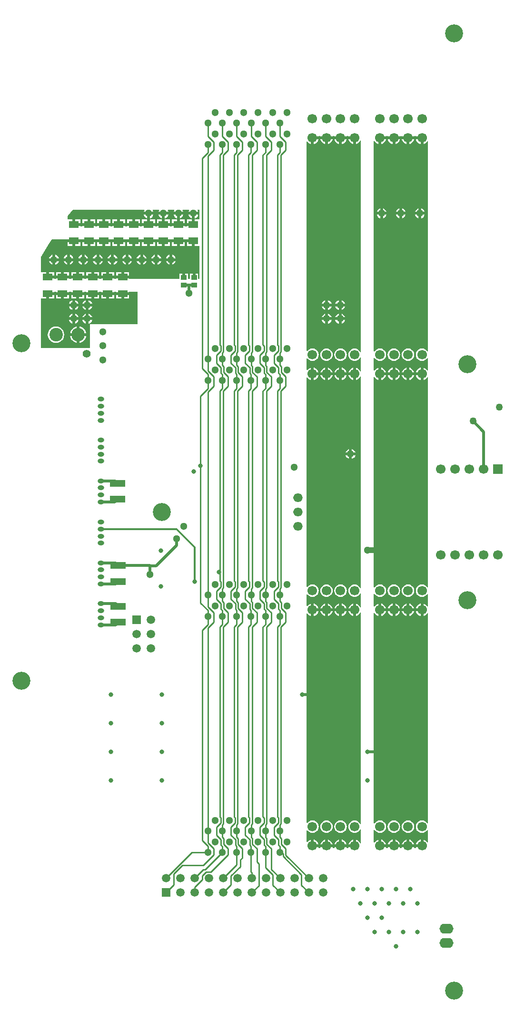
<source format=gbl>
G04 Layer_Physical_Order=4*
G04 Layer_Color=16711680*
%FSLAX25Y25*%
%MOIN*%
G70*
G01*
G75*
%ADD24R,0.10630X0.05118*%
%ADD27C,0.01000*%
%ADD28C,0.02000*%
%ADD29C,0.04000*%
%ADD30C,0.01200*%
%ADD31R,0.05905X0.05905*%
%ADD32C,0.05905*%
%ADD33O,0.09842X0.06890*%
%ADD34R,0.05905X0.05905*%
%ADD35O,0.04528X0.03347*%
%ADD36C,0.05118*%
%ADD37C,0.06693*%
%ADD38O,0.06693X0.05905*%
%ADD39R,0.06693X0.06693*%
%ADD40C,0.12598*%
%ADD41C,0.09449*%
%ADD42C,0.05000*%
%ADD43C,0.05512*%
%ADD44C,0.03150*%
%ADD62R,0.07087X0.05118*%
%ADD63R,0.03937X0.03543*%
G36*
X44819Y-13465D02*
X11276D01*
Y-29921D01*
X-22898D01*
Y4104D01*
X-22843Y4582D01*
X-19300D01*
Y8141D01*
X-18300D01*
Y9141D01*
X-13757D01*
Y9449D01*
X-12394D01*
Y9141D01*
X-7850D01*
X-3307D01*
Y9449D01*
X-1693D01*
Y9141D01*
X2850D01*
X7394D01*
Y9449D01*
X8757D01*
Y9141D01*
X13300D01*
X17843D01*
Y9449D01*
X19207D01*
Y9141D01*
X23750D01*
Y8141D01*
D01*
Y9141D01*
X28293D01*
Y9449D01*
X29656D01*
Y9141D01*
X34200D01*
X38743D01*
Y9449D01*
X44819D01*
Y-13465D01*
D02*
G37*
G36*
X79205Y45933D02*
X83748D01*
Y44933D01*
X84748D01*
Y41374D01*
X88126D01*
Y18425D01*
X87159D01*
Y22131D01*
X85190D01*
Y19360D01*
X83190D01*
Y22131D01*
X81221D01*
Y18425D01*
X80055D01*
Y22131D01*
X78087D01*
Y19360D01*
X76086D01*
Y22131D01*
X74118D01*
Y18425D01*
X38743D01*
Y18558D01*
X34200D01*
X29656D01*
Y18425D01*
X28293D01*
Y18558D01*
X23750D01*
X19207D01*
Y18425D01*
X17843D01*
Y18558D01*
X13300D01*
X8757D01*
Y18425D01*
X7394D01*
Y18558D01*
X2850D01*
X-1693D01*
Y18425D01*
X-3307D01*
Y18558D01*
X-7850D01*
X-12394D01*
Y18425D01*
X-13757D01*
Y18558D01*
X-18300D01*
Y19558D01*
X-19300D01*
Y23118D01*
X-22843D01*
X-22898Y23595D01*
Y33841D01*
X-17367Y42866D01*
X-15306Y45984D01*
X-4394D01*
Y45933D01*
X4693D01*
Y45984D01*
X6056D01*
Y45933D01*
X15143D01*
Y45984D01*
X16506D01*
Y45933D01*
X25592D01*
Y45984D01*
X26956D01*
Y45933D01*
X36042D01*
Y45984D01*
X37405D01*
Y45933D01*
X46492D01*
Y45984D01*
X47855D01*
Y45933D01*
X56942D01*
Y45984D01*
X58305D01*
Y45933D01*
X67392D01*
Y45984D01*
X68755D01*
Y45933D01*
X77842D01*
Y45984D01*
X79205D01*
Y45933D01*
D02*
G37*
G36*
X88126Y59910D02*
X84748D01*
Y56351D01*
X83748D01*
Y55351D01*
X79205D01*
Y55039D01*
X77842D01*
Y55351D01*
X68755D01*
Y55039D01*
X67392D01*
Y55351D01*
X58305D01*
Y55039D01*
X56942D01*
Y55351D01*
X47855D01*
Y55039D01*
X46492D01*
Y55351D01*
X37405D01*
Y55039D01*
X36042D01*
Y55351D01*
X26956D01*
Y55039D01*
X25592D01*
Y55351D01*
X16506D01*
Y55039D01*
X15143D01*
Y55351D01*
X6056D01*
Y55039D01*
X4693D01*
Y55351D01*
X150D01*
Y56351D01*
X-850D01*
Y59910D01*
X-4394D01*
X-4394Y60410D01*
Y61812D01*
X-3871Y62546D01*
X-583Y66850D01*
X49300D01*
X49547Y66350D01*
X49293Y66020D01*
X48963Y65225D01*
X55840D01*
X55510Y66020D01*
X55257Y66350D01*
X55503Y66850D01*
X59749D01*
X59995Y66350D01*
X59741Y66020D01*
X59412Y65225D01*
X66288D01*
X65959Y66020D01*
X65705Y66350D01*
X65952Y66850D01*
X70198D01*
X70444Y66350D01*
X70190Y66020D01*
X69861Y65225D01*
X76737D01*
X76408Y66020D01*
X76154Y66350D01*
X76401Y66850D01*
X80646D01*
X80893Y66350D01*
X80639Y66020D01*
X80310Y65225D01*
X87186D01*
X86857Y66020D01*
X86603Y66350D01*
X86850Y66850D01*
X88126D01*
Y59910D01*
D02*
G37*
G36*
X192329Y117964D02*
X196677D01*
Y116964D01*
X197677D01*
Y112712D01*
X197812Y112729D01*
X198869Y113167D01*
X199777Y113864D01*
X200474Y114772D01*
X200650Y115197D01*
X201150Y115097D01*
X201150Y-32783D01*
X200650Y-32883D01*
X200474Y-32458D01*
X199777Y-31550D01*
X198869Y-30854D01*
X197812Y-30416D01*
X196677Y-30266D01*
X195543Y-30416D01*
X194485Y-30854D01*
X193577Y-31550D01*
X192880Y-32458D01*
X192443Y-33516D01*
X192293Y-34650D01*
X192443Y-35785D01*
X192880Y-36842D01*
X193577Y-37750D01*
X194485Y-38447D01*
X195543Y-38885D01*
X196677Y-39034D01*
X197812Y-38885D01*
X198869Y-38447D01*
X199777Y-37750D01*
X200474Y-36842D01*
X200650Y-36418D01*
X201150Y-36517D01*
Y-46169D01*
X200650Y-46269D01*
X200474Y-45844D01*
X199777Y-44936D01*
X198869Y-44240D01*
X197812Y-43802D01*
X197677Y-43784D01*
Y-48036D01*
Y-52288D01*
X197812Y-52271D01*
X198869Y-51833D01*
X199777Y-51136D01*
X200474Y-50228D01*
X200650Y-49804D01*
X201150Y-49903D01*
X201150Y-197783D01*
X200650Y-197883D01*
X200474Y-197458D01*
X199777Y-196550D01*
X198869Y-195854D01*
X197812Y-195416D01*
X196677Y-195266D01*
X195543Y-195416D01*
X194485Y-195854D01*
X193577Y-196550D01*
X192880Y-197458D01*
X192443Y-198516D01*
X192293Y-199650D01*
X192443Y-200785D01*
X192880Y-201842D01*
X193577Y-202750D01*
X194485Y-203447D01*
X195543Y-203885D01*
X196677Y-204034D01*
X197812Y-203885D01*
X198869Y-203447D01*
X199777Y-202750D01*
X200474Y-201842D01*
X200650Y-201418D01*
X201150Y-201517D01*
Y-211169D01*
X200650Y-211269D01*
X200474Y-210844D01*
X199777Y-209936D01*
X198869Y-209240D01*
X197812Y-208802D01*
X197677Y-208784D01*
Y-213036D01*
Y-217288D01*
X197812Y-217271D01*
X198869Y-216833D01*
X199777Y-216136D01*
X200474Y-215228D01*
X200650Y-214804D01*
X201150Y-214903D01*
X201150Y-362783D01*
X200650Y-362883D01*
X200474Y-362458D01*
X199777Y-361550D01*
X198869Y-360854D01*
X197812Y-360416D01*
X196677Y-360266D01*
X195543Y-360416D01*
X194485Y-360854D01*
X193577Y-361550D01*
X192880Y-362458D01*
X192443Y-363516D01*
X192293Y-364650D01*
X192443Y-365785D01*
X192880Y-366842D01*
X193577Y-367750D01*
X194485Y-368447D01*
X195543Y-368885D01*
X196677Y-369034D01*
X197812Y-368885D01*
X198869Y-368447D01*
X199777Y-367750D01*
X200474Y-366842D01*
X200650Y-366418D01*
X201150Y-366517D01*
Y-376169D01*
X200650Y-376269D01*
X200474Y-375844D01*
X199777Y-374936D01*
X198869Y-374239D01*
X197812Y-373801D01*
X197677Y-373784D01*
Y-378036D01*
X196677D01*
Y-379036D01*
X192425D01*
X192440Y-379150D01*
X192441Y-379254D01*
X192134Y-379650D01*
X191377D01*
X191070Y-379254D01*
X191072Y-379150D01*
X191087Y-379036D01*
X186835D01*
Y-378036D01*
D01*
Y-379036D01*
X182582D01*
X182597Y-379150D01*
X182599Y-379254D01*
X182292Y-379650D01*
X181535D01*
X181228Y-379254D01*
X181229Y-379150D01*
X181244Y-379036D01*
X176992D01*
X172740D01*
X172755Y-379150D01*
X172756Y-379254D01*
X172449Y-379650D01*
X171693D01*
X171385Y-379254D01*
X171387Y-379150D01*
X171402Y-379036D01*
X167150D01*
Y-378036D01*
X166150D01*
Y-373784D01*
X166015Y-373801D01*
X164958Y-374239D01*
X164050Y-374936D01*
X163650Y-375458D01*
X163150Y-375288D01*
Y-367399D01*
X163650Y-367229D01*
X164050Y-367750D01*
X164958Y-368447D01*
X166015Y-368885D01*
X167150Y-369034D01*
X168284Y-368885D01*
X169342Y-368447D01*
X170249Y-367750D01*
X170946Y-366842D01*
X171384Y-365785D01*
X171534Y-364650D01*
X171384Y-363516D01*
X170946Y-362458D01*
X170249Y-361550D01*
X169342Y-360854D01*
X168284Y-360416D01*
X167150Y-360266D01*
X166015Y-360416D01*
X164958Y-360854D01*
X164050Y-361550D01*
X163650Y-362072D01*
X163150Y-361902D01*
X163150Y-215784D01*
X163650Y-215615D01*
X164050Y-216136D01*
X164958Y-216833D01*
X166015Y-217271D01*
X166150Y-217288D01*
Y-213036D01*
Y-208784D01*
X166015Y-208802D01*
X164958Y-209240D01*
X164050Y-209936D01*
X163650Y-210457D01*
X163150Y-210288D01*
Y-202399D01*
X163650Y-202229D01*
X164050Y-202750D01*
X164958Y-203447D01*
X166015Y-203885D01*
X167150Y-204034D01*
X168284Y-203885D01*
X169342Y-203447D01*
X170249Y-202750D01*
X170946Y-201842D01*
X171384Y-200785D01*
X171534Y-199650D01*
X171384Y-198516D01*
X170946Y-197458D01*
X170249Y-196550D01*
X169342Y-195854D01*
X168284Y-195416D01*
X167150Y-195266D01*
X166015Y-195416D01*
X164958Y-195854D01*
X164050Y-196550D01*
X163650Y-197072D01*
X163150Y-196902D01*
X163150Y-50784D01*
X163650Y-50615D01*
X164050Y-51136D01*
X164958Y-51833D01*
X166015Y-52271D01*
X166150Y-52288D01*
Y-48036D01*
Y-43784D01*
X166015Y-43802D01*
X164958Y-44240D01*
X164050Y-44936D01*
X163650Y-45458D01*
X163150Y-45288D01*
Y-37399D01*
X163650Y-37229D01*
X164050Y-37750D01*
X164958Y-38447D01*
X166015Y-38885D01*
X167150Y-39034D01*
X168284Y-38885D01*
X169342Y-38447D01*
X170249Y-37750D01*
X170946Y-36842D01*
X171384Y-35785D01*
X171534Y-34650D01*
X171384Y-33516D01*
X170946Y-32458D01*
X170249Y-31550D01*
X169342Y-30854D01*
X168284Y-30416D01*
X167150Y-30266D01*
X166015Y-30416D01*
X164958Y-30854D01*
X164050Y-31550D01*
X163650Y-32072D01*
X163150Y-31902D01*
X163150Y114216D01*
X163650Y114385D01*
X164050Y113864D01*
X164958Y113167D01*
X166015Y112729D01*
X166150Y112712D01*
Y116964D01*
X167150D01*
Y117964D01*
X171498D01*
X171773Y118350D01*
X172369D01*
X172644Y117964D01*
X176992D01*
X181341D01*
X181615Y118350D01*
X182212D01*
X182486Y117964D01*
X186835D01*
X191183D01*
X191458Y118350D01*
X192054D01*
X192329Y117964D01*
D02*
G37*
G36*
X239573D02*
X243921D01*
Y116964D01*
X244921D01*
Y112712D01*
X245056Y112729D01*
X246113Y113167D01*
X247021Y113864D01*
X247650Y114683D01*
X248150Y114598D01*
X248150Y-32285D01*
X247650Y-32369D01*
X247021Y-31550D01*
X246113Y-30854D01*
X245056Y-30416D01*
X243921Y-30266D01*
X242787Y-30416D01*
X241729Y-30854D01*
X240821Y-31550D01*
X240125Y-32458D01*
X239687Y-33516D01*
X239537Y-34650D01*
X239687Y-35785D01*
X240125Y-36842D01*
X240821Y-37750D01*
X241729Y-38447D01*
X242787Y-38885D01*
X243921Y-39034D01*
X245056Y-38885D01*
X246113Y-38447D01*
X247021Y-37750D01*
X247650Y-36931D01*
X248150Y-37016D01*
Y-45671D01*
X247650Y-45755D01*
X247021Y-44936D01*
X246113Y-44240D01*
X245056Y-43802D01*
X244921Y-43784D01*
Y-48036D01*
Y-52288D01*
X245056Y-52271D01*
X246113Y-51833D01*
X247021Y-51136D01*
X247650Y-50317D01*
X248150Y-50402D01*
Y-197285D01*
X247650Y-197369D01*
X247021Y-196550D01*
X246113Y-195854D01*
X245056Y-195416D01*
X243921Y-195266D01*
X242787Y-195416D01*
X241729Y-195854D01*
X240821Y-196550D01*
X240125Y-197458D01*
X239687Y-198516D01*
X239537Y-199650D01*
X239687Y-200785D01*
X240125Y-201842D01*
X240821Y-202750D01*
X241729Y-203447D01*
X242787Y-203885D01*
X243921Y-204034D01*
X245056Y-203885D01*
X246113Y-203447D01*
X247021Y-202750D01*
X247650Y-201931D01*
X248150Y-202016D01*
Y-210670D01*
X247650Y-210755D01*
X247021Y-209936D01*
X246113Y-209240D01*
X245056Y-208802D01*
X244921Y-208784D01*
Y-213036D01*
Y-217288D01*
X245056Y-217271D01*
X246113Y-216833D01*
X247021Y-216136D01*
X247650Y-215317D01*
X248150Y-215402D01*
X248150Y-362285D01*
X247650Y-362369D01*
X247021Y-361550D01*
X246113Y-360854D01*
X245056Y-360416D01*
X243921Y-360266D01*
X242787Y-360416D01*
X241729Y-360854D01*
X240821Y-361550D01*
X240125Y-362458D01*
X239687Y-363516D01*
X239537Y-364650D01*
X239687Y-365785D01*
X240125Y-366842D01*
X240821Y-367750D01*
X241729Y-368447D01*
X242787Y-368885D01*
X243921Y-369034D01*
X245056Y-368885D01*
X246113Y-368447D01*
X247021Y-367750D01*
X247650Y-366931D01*
X248150Y-367016D01*
Y-375670D01*
X247650Y-375755D01*
X247021Y-374936D01*
X246113Y-374239D01*
X245056Y-373801D01*
X244921Y-373784D01*
Y-378036D01*
X243921D01*
Y-379036D01*
X239669D01*
X239684Y-379150D01*
X239686Y-379254D01*
X239378Y-379650D01*
X238622D01*
X238315Y-379254D01*
X238316Y-379150D01*
X238331Y-379036D01*
X234079D01*
X229826D01*
X229841Y-379150D01*
X229843Y-379254D01*
X229536Y-379650D01*
X228779D01*
X228472Y-379254D01*
X228473Y-379150D01*
X228488Y-379036D01*
X224236D01*
X219984D01*
X219999Y-379150D01*
X220001Y-379254D01*
X219693Y-379650D01*
X218937D01*
X218629Y-379254D01*
X218631Y-379150D01*
X218646Y-379036D01*
X214394D01*
Y-378036D01*
X213394D01*
Y-373784D01*
X213259Y-373801D01*
X212202Y-374239D01*
X211294Y-374936D01*
X210650Y-375776D01*
X210398Y-375752D01*
X210150Y-375638D01*
Y-367048D01*
X210398Y-366934D01*
X210650Y-366911D01*
X211294Y-367750D01*
X212202Y-368447D01*
X213259Y-368885D01*
X214394Y-369034D01*
X215528Y-368885D01*
X216586Y-368447D01*
X217494Y-367750D01*
X218190Y-366842D01*
X218628Y-365785D01*
X218778Y-364650D01*
X218628Y-363516D01*
X218190Y-362458D01*
X217494Y-361550D01*
X216586Y-360854D01*
X215528Y-360416D01*
X214394Y-360266D01*
X213259Y-360416D01*
X212202Y-360854D01*
X211294Y-361550D01*
X210650Y-362390D01*
X210398Y-362367D01*
X210150Y-362252D01*
X210150Y-215434D01*
X210398Y-215320D01*
X210650Y-215297D01*
X211294Y-216136D01*
X212202Y-216833D01*
X213259Y-217271D01*
X213394Y-217288D01*
Y-213036D01*
Y-208784D01*
X213259Y-208802D01*
X212202Y-209240D01*
X211294Y-209936D01*
X210650Y-210776D01*
X210398Y-210752D01*
X210150Y-210638D01*
Y-202048D01*
X210398Y-201934D01*
X210650Y-201911D01*
X211294Y-202750D01*
X212202Y-203447D01*
X213259Y-203885D01*
X214394Y-204034D01*
X215528Y-203885D01*
X216586Y-203447D01*
X217494Y-202750D01*
X218190Y-201842D01*
X218628Y-200785D01*
X218778Y-199650D01*
X218628Y-198516D01*
X218190Y-197458D01*
X217494Y-196550D01*
X216586Y-195854D01*
X215528Y-195416D01*
X214394Y-195266D01*
X213259Y-195416D01*
X212202Y-195854D01*
X211294Y-196550D01*
X210650Y-197390D01*
X210398Y-197366D01*
X210150Y-197253D01*
Y-50434D01*
X210398Y-50320D01*
X210650Y-50296D01*
X211294Y-51136D01*
X212202Y-51833D01*
X213259Y-52271D01*
X213394Y-52288D01*
Y-48036D01*
Y-43784D01*
X213259Y-43802D01*
X212202Y-44240D01*
X211294Y-44936D01*
X210650Y-45776D01*
X210398Y-45752D01*
X210150Y-45638D01*
Y-37048D01*
X210398Y-36934D01*
X210650Y-36911D01*
X211294Y-37750D01*
X212202Y-38447D01*
X213259Y-38885D01*
X214394Y-39034D01*
X215528Y-38885D01*
X216586Y-38447D01*
X217494Y-37750D01*
X218190Y-36842D01*
X218628Y-35785D01*
X218778Y-34650D01*
X218628Y-33516D01*
X218190Y-32458D01*
X217494Y-31550D01*
X216586Y-30854D01*
X215528Y-30416D01*
X214394Y-30266D01*
X213259Y-30416D01*
X212202Y-30854D01*
X211294Y-31550D01*
X210650Y-32390D01*
X210398Y-32366D01*
X210150Y-32252D01*
X210150Y114566D01*
X210397Y114680D01*
X210650Y114704D01*
X211294Y113864D01*
X212202Y113167D01*
X213259Y112729D01*
X213394Y112712D01*
Y116964D01*
X214394D01*
Y117964D01*
X218742D01*
X219017Y118350D01*
X219613D01*
X219888Y117964D01*
X224236D01*
X228585D01*
X228859Y118350D01*
X229456D01*
X229730Y117964D01*
X234079D01*
X238427D01*
X238702Y118350D01*
X239298D01*
X239573Y117964D01*
D02*
G37*
%LPC*%
G36*
X8792Y-21650D02*
X4150D01*
Y-26292D01*
X4644Y-26227D01*
X6036Y-25651D01*
X7232Y-24733D01*
X8150Y-23537D01*
X8727Y-22145D01*
X8792Y-21650D01*
D02*
G37*
G36*
X2150Y-15008D02*
X1655Y-15073D01*
X263Y-15650D01*
X-933Y-16567D01*
X-1851Y-17763D01*
X-2427Y-19156D01*
X-2492Y-19650D01*
X2150D01*
Y-15008D01*
D02*
G37*
G36*
Y-21650D02*
X-2492D01*
X-2427Y-22145D01*
X-1851Y-23537D01*
X-933Y-24733D01*
X263Y-25651D01*
X1655Y-26227D01*
X2150Y-26292D01*
Y-21650D01*
D02*
G37*
G36*
X-12441Y-14876D02*
X-13935Y-15073D01*
X-15328Y-15650D01*
X-16524Y-16567D01*
X-17441Y-17763D01*
X-18018Y-19156D01*
X-18215Y-20650D01*
X-18018Y-22145D01*
X-17441Y-23537D01*
X-16524Y-24733D01*
X-15328Y-25651D01*
X-13935Y-26227D01*
X-12441Y-26424D01*
X-10947Y-26227D01*
X-9554Y-25651D01*
X-8358Y-24733D01*
X-7441Y-23537D01*
X-6864Y-22145D01*
X-6667Y-20650D01*
X-6864Y-19156D01*
X-7441Y-17763D01*
X-8358Y-16567D01*
X-9554Y-15650D01*
X-10947Y-15073D01*
X-12441Y-14876D01*
D02*
G37*
G36*
X4150Y-15008D02*
Y-19650D01*
X8792D01*
X8727Y-19156D01*
X8150Y-17763D01*
X7232Y-16567D01*
X6036Y-15650D01*
X4644Y-15073D01*
X4150Y-15008D01*
D02*
G37*
G36*
X12887Y-10449D02*
X10449D01*
Y-12887D01*
X11244Y-12558D01*
X11987Y-11987D01*
X12558Y-11244D01*
X12887Y-10449D01*
D02*
G37*
G36*
X8449D02*
X6011D01*
X6340Y-11244D01*
X6910Y-11987D01*
X7654Y-12558D01*
X8449Y-12887D01*
Y-10449D01*
D02*
G37*
G36*
X-1000D02*
X-3438D01*
X-3109Y-11244D01*
X-2538Y-11987D01*
X-1795Y-12558D01*
X-1000Y-12887D01*
Y-10449D01*
D02*
G37*
G36*
X3438D02*
X1000D01*
Y-12887D01*
X1795Y-12558D01*
X2538Y-11987D01*
X3109Y-11244D01*
X3438Y-10449D01*
D02*
G37*
G36*
X10449Y3438D02*
Y1000D01*
X12887D01*
X12558Y1795D01*
X11987Y2538D01*
X11244Y3109D01*
X10449Y3438D01*
D02*
G37*
G36*
X8449D02*
X7654Y3109D01*
X6910Y2538D01*
X6340Y1795D01*
X6011Y1000D01*
X8449D01*
Y3438D01*
D02*
G37*
G36*
X-1000D02*
X-1795Y3109D01*
X-2538Y2538D01*
X-3109Y1795D01*
X-3438Y1000D01*
X-1000D01*
Y3438D01*
D02*
G37*
G36*
X1000D02*
Y1000D01*
X3438D01*
X3109Y1795D01*
X2538Y2538D01*
X1795Y3109D01*
X1000Y3438D01*
D02*
G37*
G36*
X-3307Y7141D02*
X-6850D01*
Y4582D01*
X-3307D01*
Y7141D01*
D02*
G37*
G36*
X1850D02*
X-1693D01*
Y4582D01*
X1850D01*
Y7141D01*
D02*
G37*
G36*
X7394D02*
X3850D01*
Y4582D01*
X7394D01*
Y7141D01*
D02*
G37*
G36*
X-8850D02*
X-12394D01*
Y4582D01*
X-8850D01*
Y7141D01*
D02*
G37*
G36*
X-13757D02*
X-17300D01*
Y4582D01*
X-13757D01*
Y7141D01*
D02*
G37*
G36*
X10449Y-6011D02*
Y-8449D01*
X12887D01*
X12558Y-7654D01*
X11987Y-6910D01*
X11244Y-6340D01*
X10449Y-6011D01*
D02*
G37*
G36*
X-1000D02*
X-1795Y-6340D01*
X-2538Y-6910D01*
X-3109Y-7654D01*
X-3438Y-8449D01*
X-1000D01*
Y-6011D01*
D02*
G37*
G36*
X1000D02*
Y-8449D01*
X3438D01*
X3109Y-7654D01*
X2538Y-6910D01*
X1795Y-6340D01*
X1000Y-6011D01*
D02*
G37*
G36*
X8449D02*
X7654Y-6340D01*
X6910Y-6910D01*
X6340Y-7654D01*
X6011Y-8449D01*
X8449D01*
Y-6011D01*
D02*
G37*
G36*
X12887Y-1000D02*
X10449D01*
Y-3438D01*
X11244Y-3109D01*
X11987Y-2538D01*
X12558Y-1795D01*
X12887Y-1000D01*
D02*
G37*
G36*
X8449D02*
X6011D01*
X6340Y-1795D01*
X6910Y-2538D01*
X7654Y-3109D01*
X8449Y-3438D01*
Y-1000D01*
D02*
G37*
G36*
X-1000D02*
X-3438D01*
X-3109Y-1795D01*
X-2538Y-2538D01*
X-1795Y-3109D01*
X-1000Y-3438D01*
Y-1000D01*
D02*
G37*
G36*
X3438D02*
X1000D01*
Y-3438D01*
X1795Y-3109D01*
X2538Y-2538D01*
X3109Y-1795D01*
X3438Y-1000D01*
D02*
G37*
G36*
X33200Y7141D02*
X29656D01*
Y4582D01*
X33200D01*
Y7141D01*
D02*
G37*
G36*
X38743D02*
X35200D01*
Y4582D01*
X38743D01*
Y7141D01*
D02*
G37*
G36*
X28293D02*
X24750D01*
Y4582D01*
X28293D01*
Y7141D01*
D02*
G37*
G36*
X12300D02*
X8757D01*
Y4582D01*
X12300D01*
Y7141D01*
D02*
G37*
G36*
X17843D02*
X14300D01*
Y4582D01*
X17843D01*
Y7141D01*
D02*
G37*
G36*
X22750D02*
X19207D01*
Y4582D01*
X22750D01*
Y7141D01*
D02*
G37*
G36*
X51399Y43933D02*
X47855D01*
Y41374D01*
X51399D01*
Y43933D01*
D02*
G37*
G36*
X56942D02*
X53399D01*
Y41374D01*
X56942D01*
Y43933D01*
D02*
G37*
G36*
X61848D02*
X58305D01*
Y41374D01*
X61848D01*
Y43933D01*
D02*
G37*
G36*
X46492D02*
X42949D01*
Y41374D01*
X46492D01*
Y43933D01*
D02*
G37*
G36*
X30499D02*
X26956D01*
Y41374D01*
X30499D01*
Y43933D01*
D02*
G37*
G36*
X36042D02*
X32499D01*
Y41374D01*
X36042D01*
Y43933D01*
D02*
G37*
G36*
X40949D02*
X37405D01*
Y41374D01*
X40949D01*
Y43933D01*
D02*
G37*
G36*
X82748D02*
X79205D01*
Y41374D01*
X82748D01*
Y43933D01*
D02*
G37*
G36*
X67392D02*
X63848D01*
Y41374D01*
X67392D01*
Y43933D01*
D02*
G37*
G36*
X72298D02*
X68755D01*
Y41374D01*
X72298D01*
Y43933D01*
D02*
G37*
G36*
X77842D02*
X74298D01*
Y41374D01*
X77842D01*
Y43933D01*
D02*
G37*
G36*
X-4606Y30811D02*
X-7044D01*
X-6715Y30016D01*
X-6145Y29273D01*
X-5401Y28702D01*
X-4606Y28373D01*
Y30811D01*
D02*
G37*
G36*
X-168D02*
X-2606D01*
Y28373D01*
X-1811Y28702D01*
X-1068Y29273D01*
X-497Y30016D01*
X-168Y30811D01*
D02*
G37*
G36*
X5630D02*
X3192D01*
X3521Y30016D01*
X4092Y29273D01*
X4835Y28702D01*
X5630Y28373D01*
Y30811D01*
D02*
G37*
G36*
X-10404D02*
X-12843D01*
Y28373D01*
X-12048Y28702D01*
X-11304Y29273D01*
X-10734Y30016D01*
X-10404Y30811D01*
D02*
G37*
G36*
X-17300Y23118D02*
Y20558D01*
X-13757D01*
Y23118D01*
X-17300D01*
D02*
G37*
G36*
X38743D02*
X35200D01*
Y20558D01*
X38743D01*
Y23118D01*
D02*
G37*
G36*
X-14842Y30811D02*
X-17281D01*
X-16951Y30016D01*
X-16381Y29273D01*
X-15637Y28702D01*
X-14842Y28373D01*
Y30811D01*
D02*
G37*
G36*
X30540D02*
X28102D01*
Y28373D01*
X28897Y28702D01*
X29641Y29273D01*
X30211Y30016D01*
X30540Y30811D01*
D02*
G37*
G36*
X36339D02*
X33900D01*
X34230Y30016D01*
X34800Y29273D01*
X35544Y28702D01*
X36339Y28373D01*
Y30811D01*
D02*
G37*
G36*
X40777D02*
X38339D01*
Y28373D01*
X39134Y28702D01*
X39877Y29273D01*
X40447Y30016D01*
X40777Y30811D01*
D02*
G37*
G36*
X26102D02*
X23664D01*
X23993Y30016D01*
X24564Y29273D01*
X25308Y28702D01*
X26102Y28373D01*
Y30811D01*
D02*
G37*
G36*
X10068D02*
X7630D01*
Y28373D01*
X8425Y28702D01*
X9168Y29273D01*
X9739Y30016D01*
X10068Y30811D01*
D02*
G37*
G36*
X15866D02*
X13428D01*
X13757Y30016D01*
X14328Y29273D01*
X15071Y28702D01*
X15866Y28373D01*
Y30811D01*
D02*
G37*
G36*
X20304D02*
X17866D01*
Y28373D01*
X18661Y28702D01*
X19405Y29273D01*
X19975Y30016D01*
X20304Y30811D01*
D02*
G37*
G36*
X28293Y23118D02*
X24750D01*
Y20558D01*
X28293D01*
Y23118D01*
D02*
G37*
G36*
X33200D02*
X29656D01*
Y20558D01*
X33200D01*
Y23118D01*
D02*
G37*
G36*
X17843D02*
X14300D01*
Y20558D01*
X17843D01*
Y23118D01*
D02*
G37*
G36*
X-3307D02*
X-6850D01*
Y20558D01*
X-3307D01*
Y23118D01*
D02*
G37*
G36*
X7394D02*
X3850D01*
Y20558D01*
X7394D01*
Y23118D01*
D02*
G37*
G36*
X12300D02*
X8757D01*
Y20558D01*
X12300D01*
Y23118D01*
D02*
G37*
G36*
X-8850D02*
X-12394D01*
Y20558D01*
X-8850D01*
Y23118D01*
D02*
G37*
G36*
X1850D02*
X-1693D01*
Y20558D01*
X1850D01*
Y23118D01*
D02*
G37*
G36*
X22750D02*
X19207D01*
Y20558D01*
X22750D01*
Y23118D01*
D02*
G37*
G36*
X46575Y30811D02*
X44137D01*
X44466Y30016D01*
X45037Y29273D01*
X45780Y28702D01*
X46575Y28373D01*
Y30811D01*
D02*
G37*
G36*
X56811Y35249D02*
X56016Y34920D01*
X55273Y34349D01*
X54702Y33606D01*
X54373Y32811D01*
X56811D01*
Y35249D01*
D02*
G37*
G36*
X58811D02*
Y32811D01*
X61249D01*
X60920Y33606D01*
X60349Y34349D01*
X59606Y34920D01*
X58811Y35249D01*
D02*
G37*
G36*
X67047D02*
X66252Y34920D01*
X65509Y34349D01*
X64938Y33606D01*
X64609Y32811D01*
X67047D01*
Y35249D01*
D02*
G37*
G36*
X48575D02*
Y32811D01*
X51013D01*
X50684Y33606D01*
X50113Y34349D01*
X49370Y34920D01*
X48575Y35249D01*
D02*
G37*
G36*
X36339D02*
X35544Y34920D01*
X34800Y34349D01*
X34230Y33606D01*
X33900Y32811D01*
X36339D01*
Y35249D01*
D02*
G37*
G36*
X38339D02*
Y32811D01*
X40777D01*
X40447Y33606D01*
X39877Y34349D01*
X39134Y34920D01*
X38339Y35249D01*
D02*
G37*
G36*
X46575D02*
X45780Y34920D01*
X45037Y34349D01*
X44466Y33606D01*
X44137Y32811D01*
X46575D01*
Y35249D01*
D02*
G37*
G36*
X15143Y43933D02*
X11599D01*
Y41374D01*
X15143D01*
Y43933D01*
D02*
G37*
G36*
X20049D02*
X16506D01*
Y41374D01*
X20049D01*
Y43933D01*
D02*
G37*
G36*
X25592D02*
X22049D01*
Y41374D01*
X25592D01*
Y43933D01*
D02*
G37*
G36*
X9599D02*
X6056D01*
Y41374D01*
X9599D01*
Y43933D01*
D02*
G37*
G36*
X69047Y35249D02*
Y32811D01*
X71485D01*
X71156Y33606D01*
X70586Y34349D01*
X69842Y34920D01*
X69047Y35249D01*
D02*
G37*
G36*
X-850Y43933D02*
X-4394D01*
Y41374D01*
X-850D01*
Y43933D01*
D02*
G37*
G36*
X4693D02*
X1150D01*
Y41374D01*
X4693D01*
Y43933D01*
D02*
G37*
G36*
X28102Y35249D02*
Y32811D01*
X30540D01*
X30211Y33606D01*
X29641Y34349D01*
X28897Y34920D01*
X28102Y35249D01*
D02*
G37*
G36*
X71485Y30811D02*
X69047D01*
Y28373D01*
X69842Y28702D01*
X70586Y29273D01*
X71156Y30016D01*
X71485Y30811D01*
D02*
G37*
G36*
X-14842Y35249D02*
X-15637Y34920D01*
X-16381Y34349D01*
X-16951Y33606D01*
X-17281Y32811D01*
X-14842D01*
Y35249D01*
D02*
G37*
G36*
X-12843D02*
Y32811D01*
X-10404D01*
X-10734Y33606D01*
X-11304Y34349D01*
X-12048Y34920D01*
X-12843Y35249D01*
D02*
G37*
G36*
X67047Y30811D02*
X64609D01*
X64938Y30016D01*
X65509Y29273D01*
X66252Y28702D01*
X67047Y28373D01*
Y30811D01*
D02*
G37*
G36*
X51013D02*
X48575D01*
Y28373D01*
X49370Y28702D01*
X50113Y29273D01*
X50684Y30016D01*
X51013Y30811D01*
D02*
G37*
G36*
X56811D02*
X54373D01*
X54702Y30016D01*
X55273Y29273D01*
X56016Y28702D01*
X56811Y28373D01*
Y30811D01*
D02*
G37*
G36*
X61249D02*
X58811D01*
Y28373D01*
X59606Y28702D01*
X60349Y29273D01*
X60920Y30016D01*
X61249Y30811D01*
D02*
G37*
G36*
X15866Y35249D02*
X15071Y34920D01*
X14328Y34349D01*
X13757Y33606D01*
X13428Y32811D01*
X15866D01*
Y35249D01*
D02*
G37*
G36*
X17866D02*
Y32811D01*
X20304D01*
X19975Y33606D01*
X19405Y34349D01*
X18661Y34920D01*
X17866Y35249D01*
D02*
G37*
G36*
X26102D02*
X25308Y34920D01*
X24564Y34349D01*
X23993Y33606D01*
X23664Y32811D01*
X26102D01*
Y35249D01*
D02*
G37*
G36*
X7630D02*
Y32811D01*
X10068D01*
X9739Y33606D01*
X9168Y34349D01*
X8425Y34920D01*
X7630Y35249D01*
D02*
G37*
G36*
X-4606D02*
X-5401Y34920D01*
X-6145Y34349D01*
X-6715Y33606D01*
X-7044Y32811D01*
X-4606D01*
Y35249D01*
D02*
G37*
G36*
X-2606D02*
Y32811D01*
X-168D01*
X-497Y33606D01*
X-1068Y34349D01*
X-1811Y34920D01*
X-2606Y35249D01*
D02*
G37*
G36*
X5630D02*
X4835Y34920D01*
X4092Y34349D01*
X3521Y33606D01*
X3192Y32811D01*
X5630D01*
Y35249D01*
D02*
G37*
G36*
X46492Y59910D02*
X42949D01*
Y57351D01*
X46492D01*
Y59910D01*
D02*
G37*
G36*
X51399D02*
X47855D01*
Y57351D01*
X51399D01*
Y59910D01*
D02*
G37*
G36*
X56942D02*
X53399D01*
Y57351D01*
X56942D01*
Y59910D01*
D02*
G37*
G36*
X40949D02*
X37405D01*
Y57351D01*
X40949D01*
Y59910D01*
D02*
G37*
G36*
X25592D02*
X22049D01*
Y57351D01*
X25592D01*
Y59910D01*
D02*
G37*
G36*
X30499D02*
X26956D01*
Y57351D01*
X30499D01*
Y59910D01*
D02*
G37*
G36*
X36042D02*
X32499D01*
Y57351D01*
X36042D01*
Y59910D01*
D02*
G37*
G36*
X82748D02*
X79205D01*
Y57351D01*
X82748D01*
Y59910D01*
D02*
G37*
G36*
X51402Y63225D02*
X48963D01*
X49293Y62430D01*
X49863Y61686D01*
X50607Y61116D01*
X51402Y60787D01*
Y63225D01*
D02*
G37*
G36*
X55840D02*
X53401D01*
Y60787D01*
X54196Y61116D01*
X54940Y61686D01*
X55510Y62430D01*
X55840Y63225D01*
D02*
G37*
G36*
X77842Y59910D02*
X74298D01*
Y57351D01*
X77842D01*
Y59910D01*
D02*
G37*
G36*
X61848D02*
X58305D01*
Y57351D01*
X61848D01*
Y59910D01*
D02*
G37*
G36*
X67392D02*
X63848D01*
Y57351D01*
X67392D01*
Y59910D01*
D02*
G37*
G36*
X72298D02*
X68755D01*
Y57351D01*
X72298D01*
Y59910D01*
D02*
G37*
G36*
X20049D02*
X16506D01*
Y57351D01*
X20049D01*
Y59910D01*
D02*
G37*
G36*
X1150D02*
Y57351D01*
X4693D01*
Y59910D01*
X1150D01*
D02*
G37*
G36*
X9599D02*
X6056D01*
Y57351D01*
X9599D01*
Y59910D01*
D02*
G37*
G36*
X15143D02*
X11599D01*
Y57351D01*
X15143D01*
Y59910D01*
D02*
G37*
G36*
X61850Y63225D02*
X59412D01*
X59741Y62430D01*
X60312Y61686D01*
X61055Y61116D01*
X61850Y60787D01*
Y63225D01*
D02*
G37*
G36*
X87186D02*
X84748D01*
Y60787D01*
X85543Y61116D01*
X86286Y61686D01*
X86857Y62430D01*
X87186Y63225D01*
D02*
G37*
G36*
X82748D02*
X80310D01*
X80639Y62430D01*
X81210Y61686D01*
X81953Y61116D01*
X82748Y60787D01*
Y63225D01*
D02*
G37*
G36*
X66288D02*
X63850D01*
Y60787D01*
X64645Y61116D01*
X65389Y61686D01*
X65959Y62430D01*
X66288Y63225D01*
D02*
G37*
G36*
X72299D02*
X69861D01*
X70190Y62430D01*
X70761Y61686D01*
X71504Y61116D01*
X72299Y60787D01*
Y63225D01*
D02*
G37*
G36*
X76737D02*
X74299D01*
Y60787D01*
X75094Y61116D01*
X75837Y61686D01*
X76408Y62430D01*
X76737Y63225D01*
D02*
G37*
G36*
X176165Y-10449D02*
X173727D01*
X174056Y-11244D01*
X174627Y-11987D01*
X175371Y-12558D01*
X176165Y-12887D01*
Y-10449D01*
D02*
G37*
G36*
X180603D02*
X178165D01*
Y-12887D01*
X178960Y-12558D01*
X179704Y-11987D01*
X180274Y-11244D01*
X180603Y-10449D01*
D02*
G37*
G36*
X185614D02*
X183176D01*
X183505Y-11244D01*
X184076Y-11987D01*
X184819Y-12558D01*
X185614Y-12887D01*
Y-10449D01*
D02*
G37*
G36*
X195677Y-43784D02*
X195543Y-43802D01*
X194485Y-44240D01*
X193577Y-44936D01*
X192880Y-45844D01*
X192443Y-46901D01*
X192425Y-47036D01*
X195677D01*
Y-43784D01*
D02*
G37*
G36*
X185835Y-43784D02*
X185700Y-43802D01*
X184643Y-44240D01*
X183735Y-44936D01*
X183038Y-45844D01*
X182600Y-46901D01*
X182582Y-47036D01*
X185835D01*
Y-43784D01*
D02*
G37*
G36*
X175992Y-43784D02*
X175857Y-43802D01*
X174800Y-44240D01*
X173892Y-44936D01*
X173196Y-45844D01*
X172757Y-46901D01*
X172740Y-47036D01*
X175992D01*
Y-43784D01*
D02*
G37*
G36*
X177992Y-43784D02*
Y-47036D01*
X181244D01*
X181227Y-46901D01*
X180789Y-45844D01*
X180092Y-44936D01*
X179184Y-44240D01*
X178127Y-43802D01*
X177992Y-43784D01*
D02*
G37*
G36*
X176992Y-30266D02*
X175857Y-30416D01*
X174800Y-30854D01*
X173892Y-31550D01*
X173196Y-32458D01*
X172757Y-33516D01*
X172608Y-34650D01*
X172757Y-35785D01*
X173196Y-36842D01*
X173892Y-37750D01*
X174800Y-38447D01*
X175857Y-38885D01*
X176992Y-39034D01*
X178127Y-38885D01*
X179184Y-38447D01*
X180092Y-37750D01*
X180789Y-36842D01*
X181227Y-35785D01*
X181376Y-34650D01*
X181227Y-33516D01*
X180789Y-32458D01*
X180092Y-31550D01*
X179184Y-30854D01*
X178127Y-30416D01*
X176992Y-30266D01*
D02*
G37*
G36*
X186835D02*
X185700Y-30416D01*
X184643Y-30854D01*
X183735Y-31550D01*
X183038Y-32458D01*
X182600Y-33516D01*
X182451Y-34650D01*
X182600Y-35785D01*
X183038Y-36842D01*
X183735Y-37750D01*
X184643Y-38447D01*
X185700Y-38885D01*
X186835Y-39034D01*
X187969Y-38885D01*
X189027Y-38447D01*
X189935Y-37750D01*
X190631Y-36842D01*
X191069Y-35785D01*
X191219Y-34650D01*
X191069Y-33516D01*
X190631Y-32458D01*
X189935Y-31550D01*
X189027Y-30854D01*
X187969Y-30416D01*
X186835Y-30266D01*
D02*
G37*
G36*
X168150Y-43784D02*
Y-47036D01*
X171402D01*
X171384Y-46901D01*
X170946Y-45844D01*
X170249Y-44936D01*
X169342Y-44240D01*
X168284Y-43802D01*
X168150Y-43784D01*
D02*
G37*
G36*
X187835D02*
Y-47036D01*
X191087D01*
X191069Y-46901D01*
X190631Y-45844D01*
X189935Y-44936D01*
X189027Y-44240D01*
X187969Y-43802D01*
X187835Y-43784D01*
D02*
G37*
G36*
X190052Y-10449D02*
X187614D01*
Y-12887D01*
X188409Y-12558D01*
X189153Y-11987D01*
X189723Y-11244D01*
X190052Y-10449D01*
D02*
G37*
G36*
X176165Y3438D02*
X175371Y3109D01*
X174627Y2538D01*
X174056Y1795D01*
X173727Y1000D01*
X176165D01*
Y3438D01*
D02*
G37*
G36*
X178165D02*
Y1000D01*
X180603D01*
X180274Y1795D01*
X179704Y2538D01*
X178960Y3109D01*
X178165Y3438D01*
D02*
G37*
G36*
X190052Y-1000D02*
X187614D01*
Y-3438D01*
X188409Y-3109D01*
X189153Y-2538D01*
X189723Y-1795D01*
X190052Y-1000D01*
D02*
G37*
G36*
X185614Y3438D02*
X184819Y3109D01*
X184076Y2538D01*
X183505Y1795D01*
X183176Y1000D01*
X185614D01*
Y3438D01*
D02*
G37*
G36*
X187614D02*
Y1000D01*
X190052D01*
X189723Y1795D01*
X189153Y2538D01*
X188409Y3109D01*
X187614Y3438D01*
D02*
G37*
G36*
X185614Y-1000D02*
X183176D01*
X183505Y-1795D01*
X184076Y-2538D01*
X184819Y-3109D01*
X185614Y-3438D01*
Y-1000D01*
D02*
G37*
G36*
X176165Y-6011D02*
X175371Y-6340D01*
X174627Y-6910D01*
X174056Y-7654D01*
X173727Y-8449D01*
X176165D01*
Y-6011D01*
D02*
G37*
G36*
X178165D02*
Y-8449D01*
X180603D01*
X180274Y-7654D01*
X179704Y-6910D01*
X178960Y-6340D01*
X178165Y-6011D01*
D02*
G37*
G36*
X185614D02*
X184819Y-6340D01*
X184076Y-6910D01*
X183505Y-7654D01*
X183176Y-8449D01*
X185614D01*
Y-6011D01*
D02*
G37*
G36*
X176165Y-1000D02*
X173727D01*
X174056Y-1795D01*
X174627Y-2538D01*
X175371Y-3109D01*
X176165Y-3438D01*
Y-1000D01*
D02*
G37*
G36*
X180603D02*
X178165D01*
Y-3438D01*
X178960Y-3109D01*
X179704Y-2538D01*
X180274Y-1795D01*
X180603Y-1000D01*
D02*
G37*
G36*
X187614Y-6011D02*
Y-8449D01*
X190052D01*
X189723Y-7654D01*
X189153Y-6910D01*
X188409Y-6340D01*
X187614Y-6011D01*
D02*
G37*
G36*
X181244Y-49036D02*
X177992D01*
Y-52288D01*
X178127Y-52271D01*
X179184Y-51833D01*
X180092Y-51136D01*
X180789Y-50228D01*
X181227Y-49171D01*
X181244Y-49036D01*
D02*
G37*
G36*
X185835Y-214036D02*
X182582D01*
X182600Y-214171D01*
X183038Y-215228D01*
X183735Y-216136D01*
X184643Y-216833D01*
X185700Y-217271D01*
X185835Y-217288D01*
Y-214036D01*
D02*
G37*
G36*
X175992D02*
X172740D01*
X172757Y-214171D01*
X173196Y-215228D01*
X173892Y-216136D01*
X174800Y-216833D01*
X175857Y-217271D01*
X175992Y-217288D01*
Y-214036D01*
D02*
G37*
G36*
X195677D02*
X192425D01*
X192443Y-214171D01*
X192880Y-215228D01*
X193577Y-216136D01*
X194485Y-216833D01*
X195543Y-217271D01*
X195677Y-217288D01*
Y-214036D01*
D02*
G37*
G36*
X181244D02*
X177992D01*
Y-217288D01*
X178127Y-217271D01*
X179184Y-216833D01*
X180092Y-216136D01*
X180789Y-215228D01*
X181227Y-214171D01*
X181244Y-214036D01*
D02*
G37*
G36*
X175992Y-208784D02*
X175857Y-208802D01*
X174800Y-209240D01*
X173892Y-209936D01*
X173196Y-210844D01*
X172757Y-211901D01*
X172740Y-212036D01*
X175992D01*
Y-208784D01*
D02*
G37*
G36*
X171402Y-214036D02*
X168150D01*
Y-217288D01*
X168284Y-217271D01*
X169342Y-216833D01*
X170249Y-216136D01*
X170946Y-215228D01*
X171384Y-214171D01*
X171402Y-214036D01*
D02*
G37*
G36*
X191087D02*
X187835D01*
Y-217288D01*
X187969Y-217271D01*
X189027Y-216833D01*
X189935Y-216136D01*
X190631Y-215228D01*
X191069Y-214171D01*
X191087Y-214036D01*
D02*
G37*
G36*
X195677Y-373784D02*
X195543Y-373801D01*
X194485Y-374239D01*
X193577Y-374936D01*
X192880Y-375844D01*
X192443Y-376901D01*
X192425Y-377036D01*
X195677D01*
Y-373784D01*
D02*
G37*
G36*
X185835Y-373784D02*
X185700Y-373801D01*
X184643Y-374239D01*
X183735Y-374936D01*
X183038Y-375844D01*
X182600Y-376901D01*
X182582Y-377036D01*
X185835D01*
Y-373784D01*
D02*
G37*
G36*
X175992Y-373784D02*
X175857Y-373801D01*
X174800Y-374239D01*
X173892Y-374936D01*
X173196Y-375844D01*
X172757Y-376901D01*
X172740Y-377036D01*
X175992D01*
Y-373784D01*
D02*
G37*
G36*
X177992Y-373784D02*
Y-377036D01*
X181244D01*
X181227Y-376901D01*
X180789Y-375844D01*
X180092Y-374936D01*
X179184Y-374239D01*
X178127Y-373801D01*
X177992Y-373784D01*
D02*
G37*
G36*
X176992Y-360266D02*
X175857Y-360416D01*
X174800Y-360854D01*
X173892Y-361550D01*
X173196Y-362458D01*
X172757Y-363516D01*
X172608Y-364650D01*
X172757Y-365785D01*
X173196Y-366842D01*
X173892Y-367750D01*
X174800Y-368447D01*
X175857Y-368885D01*
X176992Y-369034D01*
X178127Y-368885D01*
X179184Y-368447D01*
X180092Y-367750D01*
X180789Y-366842D01*
X181227Y-365785D01*
X181376Y-364650D01*
X181227Y-363516D01*
X180789Y-362458D01*
X180092Y-361550D01*
X179184Y-360854D01*
X178127Y-360416D01*
X176992Y-360266D01*
D02*
G37*
G36*
X186835D02*
X185700Y-360416D01*
X184643Y-360854D01*
X183735Y-361550D01*
X183038Y-362458D01*
X182600Y-363516D01*
X182451Y-364650D01*
X182600Y-365785D01*
X183038Y-366842D01*
X183735Y-367750D01*
X184643Y-368447D01*
X185700Y-368885D01*
X186835Y-369034D01*
X187969Y-368885D01*
X189027Y-368447D01*
X189935Y-367750D01*
X190631Y-366842D01*
X191069Y-365785D01*
X191219Y-364650D01*
X191069Y-363516D01*
X190631Y-362458D01*
X189935Y-361550D01*
X189027Y-360854D01*
X187969Y-360416D01*
X186835Y-360266D01*
D02*
G37*
G36*
X168150Y-373784D02*
Y-377036D01*
X171402D01*
X171384Y-376901D01*
X170946Y-375844D01*
X170249Y-374936D01*
X169342Y-374239D01*
X168284Y-373801D01*
X168150Y-373784D01*
D02*
G37*
G36*
X187835D02*
Y-377036D01*
X191087D01*
X191069Y-376901D01*
X190631Y-375844D01*
X189935Y-374936D01*
X189027Y-374239D01*
X187969Y-373801D01*
X187835Y-373784D01*
D02*
G37*
G36*
X175992Y-49036D02*
X172740D01*
X172757Y-49171D01*
X173196Y-50228D01*
X173892Y-51136D01*
X174800Y-51833D01*
X175857Y-52271D01*
X175992Y-52288D01*
Y-49036D01*
D02*
G37*
G36*
X197219Y-105019D02*
X194781D01*
Y-107457D01*
X195575Y-107128D01*
X196319Y-106558D01*
X196889Y-105814D01*
X197219Y-105019D01*
D02*
G37*
G36*
X192781Y-100581D02*
X191986Y-100910D01*
X191242Y-101481D01*
X190672Y-102224D01*
X190343Y-103019D01*
X192781D01*
Y-100581D01*
D02*
G37*
G36*
X194781D02*
Y-103019D01*
X197219D01*
X196889Y-102224D01*
X196319Y-101481D01*
X195575Y-100910D01*
X194781Y-100581D01*
D02*
G37*
G36*
X195677Y-49036D02*
X192425D01*
X192443Y-49171D01*
X192880Y-50228D01*
X193577Y-51136D01*
X194485Y-51833D01*
X195543Y-52271D01*
X195677Y-52288D01*
Y-49036D01*
D02*
G37*
G36*
X191087D02*
X187835D01*
Y-52288D01*
X187969Y-52271D01*
X189027Y-51833D01*
X189935Y-51136D01*
X190631Y-50228D01*
X191069Y-49171D01*
X191087Y-49036D01*
D02*
G37*
G36*
X185835D02*
X182582D01*
X182600Y-49171D01*
X183038Y-50228D01*
X183735Y-51136D01*
X184643Y-51833D01*
X185700Y-52271D01*
X185835Y-52288D01*
Y-49036D01*
D02*
G37*
G36*
X171402D02*
X168150D01*
Y-52288D01*
X168284Y-52271D01*
X169342Y-51833D01*
X170249Y-51136D01*
X170946Y-50228D01*
X171384Y-49171D01*
X171402Y-49036D01*
D02*
G37*
G36*
X192781Y-105019D02*
X190343D01*
X190672Y-105814D01*
X191242Y-106558D01*
X191986Y-107128D01*
X192781Y-107457D01*
Y-105019D01*
D02*
G37*
G36*
X168150Y-208784D02*
Y-212036D01*
X171402D01*
X171384Y-211901D01*
X170946Y-210844D01*
X170249Y-209936D01*
X169342Y-209240D01*
X168284Y-208802D01*
X168150Y-208784D01*
D02*
G37*
G36*
X195677Y-208784D02*
X195543Y-208802D01*
X194485Y-209240D01*
X193577Y-209936D01*
X192880Y-210844D01*
X192443Y-211901D01*
X192425Y-212036D01*
X195677D01*
Y-208784D01*
D02*
G37*
G36*
X185835Y-208784D02*
X185700Y-208802D01*
X184643Y-209240D01*
X183735Y-209936D01*
X183038Y-210844D01*
X182600Y-211901D01*
X182582Y-212036D01*
X185835D01*
Y-208784D01*
D02*
G37*
G36*
X186835Y-195266D02*
X185700Y-195416D01*
X184643Y-195854D01*
X183735Y-196550D01*
X183038Y-197458D01*
X182600Y-198516D01*
X182451Y-199650D01*
X182600Y-200785D01*
X183038Y-201842D01*
X183735Y-202750D01*
X184643Y-203447D01*
X185700Y-203885D01*
X186835Y-204034D01*
X187969Y-203885D01*
X189027Y-203447D01*
X189935Y-202750D01*
X190631Y-201842D01*
X191069Y-200785D01*
X191219Y-199650D01*
X191069Y-198516D01*
X190631Y-197458D01*
X189935Y-196550D01*
X189027Y-195854D01*
X187969Y-195416D01*
X186835Y-195266D01*
D02*
G37*
G36*
X176992D02*
X175857Y-195416D01*
X174800Y-195854D01*
X173892Y-196550D01*
X173196Y-197458D01*
X172757Y-198516D01*
X172608Y-199650D01*
X172757Y-200785D01*
X173196Y-201842D01*
X173892Y-202750D01*
X174800Y-203447D01*
X175857Y-203885D01*
X176992Y-204034D01*
X178127Y-203885D01*
X179184Y-203447D01*
X180092Y-202750D01*
X180789Y-201842D01*
X181227Y-200785D01*
X181376Y-199650D01*
X181227Y-198516D01*
X180789Y-197458D01*
X180092Y-196550D01*
X179184Y-195854D01*
X178127Y-195416D01*
X176992Y-195266D01*
D02*
G37*
G36*
X187835Y-208784D02*
Y-212036D01*
X191087D01*
X191069Y-211901D01*
X190631Y-210844D01*
X189935Y-209936D01*
X189027Y-209240D01*
X187969Y-208802D01*
X187835Y-208784D01*
D02*
G37*
G36*
X177992Y-208784D02*
Y-212036D01*
X181244D01*
X181227Y-211901D01*
X180789Y-210844D01*
X180092Y-209936D01*
X179184Y-209240D01*
X178127Y-208802D01*
X177992Y-208784D01*
D02*
G37*
G36*
X175992Y115964D02*
X172740D01*
X172757Y115829D01*
X173196Y114772D01*
X173892Y113864D01*
X174800Y113167D01*
X175857Y112729D01*
X175992Y112712D01*
Y115964D01*
D02*
G37*
G36*
X195677D02*
X192425D01*
X192443Y115829D01*
X192880Y114772D01*
X193577Y113864D01*
X194485Y113167D01*
X195543Y112729D01*
X195677Y112712D01*
Y115964D01*
D02*
G37*
G36*
X181244D02*
X177992D01*
Y112712D01*
X178127Y112729D01*
X179184Y113167D01*
X180092Y113864D01*
X180789Y114772D01*
X181227Y115829D01*
X181244Y115964D01*
D02*
G37*
G36*
X185835D02*
X182582D01*
X182600Y115829D01*
X183038Y114772D01*
X183735Y113864D01*
X184643Y113167D01*
X185700Y112729D01*
X185835Y112712D01*
Y115964D01*
D02*
G37*
G36*
X171402D02*
X168150D01*
Y112712D01*
X168284Y112729D01*
X169342Y113167D01*
X170249Y113864D01*
X170946Y114772D01*
X171384Y115829D01*
X171402Y115964D01*
D02*
G37*
G36*
X191087D02*
X187835D01*
Y112712D01*
X187969Y112729D01*
X189027Y113167D01*
X189935Y113864D01*
X190631Y114772D01*
X191069Y115829D01*
X191087Y115964D01*
D02*
G37*
G36*
X234079Y-30266D02*
X232944Y-30416D01*
X231887Y-30854D01*
X230979Y-31550D01*
X230282Y-32458D01*
X229844Y-33516D01*
X229695Y-34650D01*
X229844Y-35785D01*
X230282Y-36842D01*
X230979Y-37750D01*
X231887Y-38447D01*
X232944Y-38885D01*
X234079Y-39034D01*
X235213Y-38885D01*
X236271Y-38447D01*
X237179Y-37750D01*
X237875Y-36842D01*
X238313Y-35785D01*
X238463Y-34650D01*
X238313Y-33516D01*
X237875Y-32458D01*
X237179Y-31550D01*
X236271Y-30854D01*
X235213Y-30416D01*
X234079Y-30266D01*
D02*
G37*
G36*
X224236D02*
X223102Y-30416D01*
X222044Y-30854D01*
X221136Y-31550D01*
X220440Y-32458D01*
X220002Y-33516D01*
X219852Y-34650D01*
X220002Y-35785D01*
X220440Y-36842D01*
X221136Y-37750D01*
X222044Y-38447D01*
X223102Y-38885D01*
X224236Y-39034D01*
X225371Y-38885D01*
X226428Y-38447D01*
X227336Y-37750D01*
X228033Y-36842D01*
X228471Y-35785D01*
X228620Y-34650D01*
X228471Y-33516D01*
X228033Y-32458D01*
X227336Y-31550D01*
X226428Y-30854D01*
X225371Y-30416D01*
X224236Y-30266D01*
D02*
G37*
G36*
X233079Y-43784D02*
X232944Y-43802D01*
X231887Y-44240D01*
X230979Y-44936D01*
X230282Y-45844D01*
X229844Y-46901D01*
X229826Y-47036D01*
X233079D01*
Y-43784D01*
D02*
G37*
G36*
X215394Y-43784D02*
Y-47036D01*
X218646D01*
X218628Y-46901D01*
X218190Y-45844D01*
X217494Y-44936D01*
X216586Y-44240D01*
X215528Y-43802D01*
X215394Y-43784D01*
D02*
G37*
G36*
X223236D02*
X223102Y-43802D01*
X222044Y-44240D01*
X221136Y-44936D01*
X220440Y-45844D01*
X220002Y-46901D01*
X219984Y-47036D01*
X223236D01*
Y-43784D01*
D02*
G37*
G36*
X242921D02*
X242787Y-43802D01*
X241729Y-44240D01*
X240821Y-44936D01*
X240125Y-45844D01*
X239687Y-46901D01*
X239669Y-47036D01*
X242921D01*
Y-43784D01*
D02*
G37*
G36*
X225236Y-43784D02*
Y-47036D01*
X228488D01*
X228471Y-46901D01*
X228033Y-45844D01*
X227336Y-44936D01*
X226428Y-44240D01*
X225371Y-43802D01*
X225236Y-43784D01*
D02*
G37*
G36*
X235079Y-43784D02*
Y-47036D01*
X238331D01*
X238313Y-46901D01*
X237875Y-45844D01*
X237179Y-44936D01*
X236271Y-44240D01*
X235213Y-43802D01*
X235079Y-43784D01*
D02*
G37*
G36*
X218646Y-214036D02*
X215394D01*
Y-217288D01*
X215528Y-217271D01*
X216586Y-216833D01*
X217494Y-216136D01*
X218190Y-215228D01*
X218628Y-214171D01*
X218646Y-214036D01*
D02*
G37*
G36*
X238331D02*
X235079D01*
Y-217288D01*
X235213Y-217271D01*
X236271Y-216833D01*
X237179Y-216136D01*
X237875Y-215228D01*
X238313Y-214171D01*
X238331Y-214036D01*
D02*
G37*
G36*
X242921D02*
X239669D01*
X239687Y-214171D01*
X240125Y-215228D01*
X240821Y-216136D01*
X241729Y-216833D01*
X242787Y-217271D01*
X242921Y-217288D01*
Y-214036D01*
D02*
G37*
G36*
X234079Y-360266D02*
X232944Y-360416D01*
X231887Y-360854D01*
X230979Y-361550D01*
X230282Y-362458D01*
X229844Y-363516D01*
X229695Y-364650D01*
X229844Y-365785D01*
X230282Y-366842D01*
X230979Y-367750D01*
X231887Y-368447D01*
X232944Y-368885D01*
X234079Y-369034D01*
X235213Y-368885D01*
X236271Y-368447D01*
X237179Y-367750D01*
X237875Y-366842D01*
X238313Y-365785D01*
X238463Y-364650D01*
X238313Y-363516D01*
X237875Y-362458D01*
X237179Y-361550D01*
X236271Y-360854D01*
X235213Y-360416D01*
X234079Y-360266D01*
D02*
G37*
G36*
X223236Y-214036D02*
X219984D01*
X220002Y-214171D01*
X220440Y-215228D01*
X221136Y-216136D01*
X222044Y-216833D01*
X223102Y-217271D01*
X223236Y-217288D01*
Y-214036D01*
D02*
G37*
G36*
X228488D02*
X225236D01*
Y-217288D01*
X225371Y-217271D01*
X226428Y-216833D01*
X227336Y-216136D01*
X228033Y-215228D01*
X228471Y-214171D01*
X228488Y-214036D01*
D02*
G37*
G36*
X233079D02*
X229826D01*
X229844Y-214171D01*
X230282Y-215228D01*
X230979Y-216136D01*
X231887Y-216833D01*
X232944Y-217271D01*
X233079Y-217288D01*
Y-214036D01*
D02*
G37*
G36*
X224236Y-360266D02*
X223102Y-360416D01*
X222044Y-360854D01*
X221136Y-361550D01*
X220440Y-362458D01*
X220002Y-363516D01*
X219852Y-364650D01*
X220002Y-365785D01*
X220440Y-366842D01*
X221136Y-367750D01*
X222044Y-368447D01*
X223102Y-368885D01*
X224236Y-369034D01*
X225371Y-368885D01*
X226428Y-368447D01*
X227336Y-367750D01*
X228033Y-366842D01*
X228471Y-365785D01*
X228620Y-364650D01*
X228471Y-363516D01*
X228033Y-362458D01*
X227336Y-361550D01*
X226428Y-360854D01*
X225371Y-360416D01*
X224236Y-360266D01*
D02*
G37*
G36*
X233079Y-373784D02*
X232944Y-373801D01*
X231887Y-374239D01*
X230979Y-374936D01*
X230282Y-375844D01*
X229844Y-376901D01*
X229826Y-377036D01*
X233079D01*
Y-373784D01*
D02*
G37*
G36*
X215394Y-373784D02*
Y-377036D01*
X218646D01*
X218628Y-376901D01*
X218190Y-375844D01*
X217494Y-374936D01*
X216586Y-374239D01*
X215528Y-373801D01*
X215394Y-373784D01*
D02*
G37*
G36*
X223236D02*
X223102Y-373801D01*
X222044Y-374239D01*
X221136Y-374936D01*
X220440Y-375844D01*
X220002Y-376901D01*
X219984Y-377036D01*
X223236D01*
Y-373784D01*
D02*
G37*
G36*
X242921D02*
X242787Y-373801D01*
X241729Y-374239D01*
X240821Y-374936D01*
X240125Y-375844D01*
X239687Y-376901D01*
X239669Y-377036D01*
X242921D01*
Y-373784D01*
D02*
G37*
G36*
X225236Y-373784D02*
Y-377036D01*
X228488D01*
X228471Y-376901D01*
X228033Y-375844D01*
X227336Y-374936D01*
X226428Y-374239D01*
X225371Y-373801D01*
X225236Y-373784D01*
D02*
G37*
G36*
X235079Y-373784D02*
Y-377036D01*
X238331D01*
X238313Y-376901D01*
X237875Y-375844D01*
X237179Y-374936D01*
X236271Y-374239D01*
X235213Y-373801D01*
X235079Y-373784D01*
D02*
G37*
G36*
X223236Y-208784D02*
X223102Y-208802D01*
X222044Y-209240D01*
X221136Y-209936D01*
X220440Y-210844D01*
X220002Y-211901D01*
X219984Y-212036D01*
X223236D01*
Y-208784D01*
D02*
G37*
G36*
Y-49036D02*
X219984D01*
X220002Y-49171D01*
X220440Y-50228D01*
X221136Y-51136D01*
X222044Y-51833D01*
X223102Y-52271D01*
X223236Y-52288D01*
Y-49036D01*
D02*
G37*
G36*
X242921D02*
X239669D01*
X239687Y-49171D01*
X240125Y-50228D01*
X240821Y-51136D01*
X241729Y-51833D01*
X242787Y-52271D01*
X242921Y-52288D01*
Y-49036D01*
D02*
G37*
G36*
X218646D02*
X215394D01*
Y-52288D01*
X215528Y-52271D01*
X216586Y-51833D01*
X217494Y-51136D01*
X218190Y-50228D01*
X218628Y-49171D01*
X218646Y-49036D01*
D02*
G37*
G36*
X233079D02*
X229826D01*
X229844Y-49171D01*
X230282Y-50228D01*
X230979Y-51136D01*
X231887Y-51833D01*
X232944Y-52271D01*
X233079Y-52288D01*
Y-49036D01*
D02*
G37*
G36*
X228488D02*
X225236D01*
Y-52288D01*
X225371Y-52271D01*
X226428Y-51833D01*
X227336Y-51136D01*
X228033Y-50228D01*
X228471Y-49171D01*
X228488Y-49036D01*
D02*
G37*
G36*
X238331D02*
X235079D01*
Y-52288D01*
X235213Y-52271D01*
X236271Y-51833D01*
X237179Y-51136D01*
X237875Y-50228D01*
X238313Y-49171D01*
X238331Y-49036D01*
D02*
G37*
G36*
X215394Y-208784D02*
Y-212036D01*
X218646D01*
X218628Y-211901D01*
X218190Y-210844D01*
X217494Y-209936D01*
X216586Y-209240D01*
X215528Y-208802D01*
X215394Y-208784D01*
D02*
G37*
G36*
X235079D02*
Y-212036D01*
X238331D01*
X238313Y-211901D01*
X237875Y-210844D01*
X237179Y-209936D01*
X236271Y-209240D01*
X235213Y-208802D01*
X235079Y-208784D01*
D02*
G37*
G36*
X242921D02*
X242787Y-208802D01*
X241729Y-209240D01*
X240821Y-209936D01*
X240125Y-210844D01*
X239687Y-211901D01*
X239669Y-212036D01*
X242921D01*
Y-208784D01*
D02*
G37*
G36*
X233079Y-208784D02*
X232944Y-208802D01*
X231887Y-209240D01*
X230979Y-209936D01*
X230282Y-210844D01*
X229844Y-211901D01*
X229826Y-212036D01*
X233079D01*
Y-208784D01*
D02*
G37*
G36*
X224236Y-195266D02*
X223102Y-195416D01*
X222044Y-195854D01*
X221136Y-196550D01*
X220440Y-197458D01*
X220002Y-198516D01*
X219852Y-199650D01*
X220002Y-200785D01*
X220440Y-201842D01*
X221136Y-202750D01*
X222044Y-203447D01*
X223102Y-203885D01*
X224236Y-204034D01*
X225371Y-203885D01*
X226428Y-203447D01*
X227336Y-202750D01*
X228033Y-201842D01*
X228471Y-200785D01*
X228620Y-199650D01*
X228471Y-198516D01*
X228033Y-197458D01*
X227336Y-196550D01*
X226428Y-195854D01*
X225371Y-195416D01*
X224236Y-195266D01*
D02*
G37*
G36*
X234079D02*
X232944Y-195416D01*
X231887Y-195854D01*
X230979Y-196550D01*
X230282Y-197458D01*
X229844Y-198516D01*
X229695Y-199650D01*
X229844Y-200785D01*
X230282Y-201842D01*
X230979Y-202750D01*
X231887Y-203447D01*
X232944Y-203885D01*
X234079Y-204034D01*
X235213Y-203885D01*
X236271Y-203447D01*
X237179Y-202750D01*
X237875Y-201842D01*
X238313Y-200785D01*
X238463Y-199650D01*
X238313Y-198516D01*
X237875Y-197458D01*
X237179Y-196550D01*
X236271Y-195854D01*
X235213Y-195416D01*
X234079Y-195266D01*
D02*
G37*
G36*
X225236Y-208784D02*
Y-212036D01*
X228488D01*
X228471Y-211901D01*
X228033Y-210844D01*
X227336Y-209936D01*
X226428Y-209240D01*
X225371Y-208802D01*
X225236Y-208784D01*
D02*
G37*
G36*
X242921Y115964D02*
X239669D01*
X239687Y115829D01*
X240125Y114772D01*
X240821Y113864D01*
X241729Y113167D01*
X242787Y112729D01*
X242921Y112712D01*
Y115964D01*
D02*
G37*
G36*
X218646D02*
X215394D01*
Y112712D01*
X215528Y112729D01*
X216586Y113167D01*
X217494Y113864D01*
X218190Y114772D01*
X218628Y115829D01*
X218646Y115964D01*
D02*
G37*
G36*
X238331D02*
X235079D01*
Y112712D01*
X235213Y112729D01*
X236271Y113167D01*
X237179Y113864D01*
X237875Y114772D01*
X238313Y115829D01*
X238331Y115964D01*
D02*
G37*
G36*
X223236D02*
X219984D01*
X220002Y115829D01*
X220440Y114772D01*
X221136Y113864D01*
X222044Y113167D01*
X223102Y112729D01*
X223236Y112712D01*
Y115964D01*
D02*
G37*
G36*
X241409Y67663D02*
X240615Y67334D01*
X239871Y66763D01*
X239301Y66020D01*
X238971Y65225D01*
X241409D01*
Y67663D01*
D02*
G37*
G36*
X243409D02*
Y65225D01*
X245848D01*
X245518Y66020D01*
X244948Y66763D01*
X244204Y67334D01*
X243409Y67663D01*
D02*
G37*
G36*
X228488Y115964D02*
X225236D01*
Y112712D01*
X225371Y112729D01*
X226428Y113167D01*
X227336Y113864D01*
X228033Y114772D01*
X228471Y115829D01*
X228488Y115964D01*
D02*
G37*
G36*
X233079D02*
X229826D01*
X229844Y115829D01*
X230282Y114772D01*
X230979Y113864D01*
X231887Y113167D01*
X232944Y112729D01*
X233079Y112712D01*
Y115964D01*
D02*
G37*
G36*
X230024Y67663D02*
Y65225D01*
X232462D01*
X232132Y66020D01*
X231562Y66763D01*
X230819Y67334D01*
X230024Y67663D01*
D02*
G37*
G36*
X214638Y63225D02*
X212200D01*
X212529Y62430D01*
X213099Y61686D01*
X213843Y61116D01*
X214638Y60787D01*
Y63225D01*
D02*
G37*
G36*
X219076D02*
X216638D01*
Y60787D01*
X217433Y61116D01*
X218176Y61686D01*
X218747Y62430D01*
X219076Y63225D01*
D02*
G37*
G36*
X214638Y67663D02*
X213843Y67334D01*
X213099Y66763D01*
X212529Y66020D01*
X212200Y65225D01*
X214638D01*
Y67663D01*
D02*
G37*
G36*
X216638D02*
Y65225D01*
X219076D01*
X218747Y66020D01*
X218176Y66763D01*
X217433Y67334D01*
X216638Y67663D01*
D02*
G37*
G36*
X228024D02*
X227229Y67334D01*
X226485Y66763D01*
X225915Y66020D01*
X225586Y65225D01*
X228024D01*
Y67663D01*
D02*
G37*
G36*
X245848Y63225D02*
X243409D01*
Y60787D01*
X244204Y61116D01*
X244948Y61686D01*
X245518Y62430D01*
X245848Y63225D01*
D02*
G37*
G36*
X228024D02*
X225586D01*
X225915Y62430D01*
X226485Y61686D01*
X227229Y61116D01*
X228024Y60787D01*
Y63225D01*
D02*
G37*
G36*
X232462D02*
X230024D01*
Y60787D01*
X230819Y61116D01*
X231562Y61686D01*
X232132Y62430D01*
X232462Y63225D01*
D02*
G37*
G36*
X241409D02*
X238971D01*
X239301Y62430D01*
X239871Y61686D01*
X240615Y61116D01*
X241409Y60787D01*
Y63225D01*
D02*
G37*
%LPD*%
D24*
X30650Y-135662D02*
D03*
Y-124638D02*
D03*
X31150Y-193162D02*
D03*
Y-182138D02*
D03*
Y-221662D02*
D03*
Y-210638D02*
D03*
D27*
X144354Y-42051D02*
Y-33312D01*
Y-207051D02*
Y-198312D01*
X124158Y-58311D02*
Y-48469D01*
Y-223311D02*
Y-213470D01*
X114118Y-42051D02*
Y-33312D01*
Y-207051D02*
Y-198312D01*
X124197Y-207051D02*
Y-198312D01*
Y-42051D02*
Y-33312D01*
X134236Y-58311D02*
Y-48469D01*
Y-223311D02*
Y-213470D01*
X93921Y-58311D02*
Y-48469D01*
Y-223311D02*
Y-213470D01*
X88654Y-195306D02*
Y-63579D01*
X144315Y-58311D02*
Y-48469D01*
Y-223311D02*
Y-213470D01*
X104000Y-58311D02*
Y-48469D01*
X102252Y-192752D02*
Y-60059D01*
X104000Y-223311D02*
Y-213470D01*
X134276Y-42051D02*
Y-33312D01*
Y-207051D02*
Y-198312D01*
X93961Y-45981D02*
Y104200D01*
Y-210981D02*
Y-156650D01*
X114079Y-58311D02*
Y-48469D01*
Y-223311D02*
Y-213470D01*
X159449Y-405669D02*
Y-398197D01*
X146587Y-385335D02*
X159449Y-398197D01*
X146587Y-385335D02*
Y-383594D01*
X145713Y-382721D02*
X146587Y-383594D01*
X144315Y-382721D02*
X145713D01*
X148374Y-384594D02*
X164567Y-400787D01*
X148374Y-384594D02*
Y-380001D01*
X139370Y-405590D02*
Y-398425D01*
X134236Y-393291D02*
X139370Y-398425D01*
X134236Y-393291D02*
Y-382721D01*
X138295Y-394516D02*
X144567Y-400787D01*
X138295Y-394516D02*
Y-380001D01*
X129528Y-405827D02*
Y-390551D01*
X124567Y-410787D02*
X129528Y-405827D01*
X110114Y-405240D02*
Y-398943D01*
X104567Y-410787D02*
X110114Y-405240D01*
X114079Y-391276D02*
Y-382721D01*
X104567Y-400787D02*
X114079Y-391276D01*
X90807Y-394547D02*
X92174D01*
X84567Y-400787D02*
X90807Y-394547D01*
X92174D02*
X104000Y-382721D01*
X70079Y-405276D02*
Y-397803D01*
X64567Y-410787D02*
X70079Y-405276D01*
X159449Y-405669D02*
X164567Y-410787D01*
X139370Y-405590D02*
X144567Y-410787D01*
X124567Y-400787D02*
Y-396602D01*
X124158Y-396193D02*
X124567Y-396602D01*
X64567Y-400787D02*
X67716Y-397639D01*
X67716D01*
X145256Y-376883D02*
X148374Y-380001D01*
X145256Y-376883D02*
Y-372953D01*
X144354Y-372051D02*
X145256Y-372953D01*
X144354Y-372051D02*
Y-367682D01*
X144315Y-382721D02*
Y-378470D01*
X144315Y-382721D02*
X144315Y-382721D01*
X135177Y-376883D02*
X138295Y-380001D01*
X135177Y-376883D02*
Y-372953D01*
X134276Y-372051D02*
X135177Y-372953D01*
X134276Y-372051D02*
Y-367682D01*
X128217Y-389240D02*
X129528Y-390551D01*
X128217Y-389240D02*
Y-380001D01*
X125098Y-376883D02*
X128217Y-380001D01*
X125098Y-376883D02*
Y-372953D01*
X124197Y-372051D02*
X125098Y-372953D01*
X124197Y-372051D02*
Y-367682D01*
X124158Y-396193D02*
Y-382721D01*
X110114Y-398943D02*
X116535Y-392522D01*
Y-388032D01*
X118138Y-386429D01*
Y-380001D01*
X115020Y-376883D02*
X118138Y-380001D01*
X115020Y-376883D02*
Y-372953D01*
X114118Y-372051D02*
X115020Y-372953D01*
X114118Y-372051D02*
Y-367682D01*
X84567Y-410787D02*
Y-407085D01*
X90114Y-401537D01*
Y-398943D01*
X92722Y-396335D01*
X96127D01*
X108059Y-384402D01*
Y-380001D01*
X104941Y-376883D02*
X108059Y-380001D01*
X104941Y-376883D02*
Y-372953D01*
X104039Y-372051D02*
X104941Y-372953D01*
X104039Y-372051D02*
Y-367682D01*
X70079Y-397803D02*
X76150Y-391732D01*
X90650D01*
X97980Y-384402D01*
Y-380001D01*
X93961Y-375981D02*
X97980Y-380001D01*
X93961Y-375981D02*
Y-367682D01*
X89902Y-374450D02*
Y-227331D01*
Y-374450D02*
X93921Y-378469D01*
Y-382721D02*
Y-378469D01*
Y-382721D02*
X93921D01*
X82633D02*
X93921D01*
X67716Y-397639D02*
X82633Y-382721D01*
X140295Y-370520D02*
X143468Y-373693D01*
Y-377623D02*
X144315Y-378470D01*
X143468Y-377623D02*
Y-373693D01*
X134236Y-382721D02*
Y-378469D01*
X130217Y-370520D02*
X133390Y-373693D01*
Y-377623D02*
X134236Y-378469D01*
X133390Y-377623D02*
Y-373693D01*
X120138Y-370520D02*
X123311Y-373693D01*
X124158Y-382721D02*
Y-378470D01*
X123311Y-377623D02*
X124158Y-378470D01*
X123311Y-377623D02*
Y-373693D01*
X110059Y-370520D02*
X113232Y-373693D01*
X114079Y-382721D02*
Y-378470D01*
X113232Y-377623D02*
X114079Y-378470D01*
X113232Y-377623D02*
Y-373693D01*
X104039Y-367682D02*
Y-363312D01*
X104000Y-382721D02*
Y-378469D01*
X99980Y-370520D02*
X103154Y-373693D01*
Y-377623D02*
X104000Y-378469D01*
X103154Y-377623D02*
Y-373693D01*
X104000Y-382721D02*
X104000D01*
X88654Y-195306D02*
X88724Y-195377D01*
Y-197924D02*
Y-195377D01*
X88654Y-197995D02*
X88724Y-197924D01*
X93882Y-156571D02*
X93961Y-156650D01*
Y-60800D01*
X97980Y-56780D01*
X93961Y-45981D02*
X97980Y-50001D01*
Y-56780D02*
Y-50001D01*
X88654Y-208202D02*
Y-197995D01*
Y-63579D02*
X93921Y-58311D01*
X88654Y-208202D02*
X93921Y-213470D01*
X104768Y-197584D02*
Y-60072D01*
X145083Y-225072D02*
X148374Y-221780D01*
X145083Y-362584D02*
Y-225072D01*
X135004Y-225071D02*
X138295Y-221780D01*
X135004Y-362584D02*
Y-225071D01*
X124925Y-225072D02*
X128217Y-221780D01*
X114846Y-225072D02*
X118138Y-221780D01*
X114846Y-362584D02*
Y-225072D01*
X104768D02*
X108059Y-221780D01*
X104768Y-362584D02*
Y-225072D01*
X145083Y-60072D02*
X148374Y-56780D01*
X135004Y-60071D02*
X138295Y-56780D01*
X124925Y-60072D02*
X128217Y-56780D01*
X114846Y-60072D02*
X118138Y-56780D01*
X104768Y-60072D02*
X108059Y-56780D01*
X145083Y104928D02*
X148374Y108220D01*
X135004Y104929D02*
X138295Y108220D01*
X124925Y104928D02*
X128217Y108220D01*
X114846Y104928D02*
X118138Y108220D01*
X104768Y104928D02*
X108059Y108220D01*
X89902Y-227331D02*
X93921Y-223311D01*
X93961Y-367682D02*
Y-225800D01*
X97980Y-221780D01*
Y-215001D01*
X93961Y-210981D02*
X97980Y-215001D01*
X99980Y-370520D02*
Y-364843D01*
X102980Y-361843D01*
Y-358481D01*
X102252Y-357752D02*
X102980Y-358481D01*
X102252Y-357752D02*
Y-225060D01*
X104000Y-223311D01*
X104039Y-363312D02*
X104768Y-362584D01*
X108059Y-221780D02*
Y-215001D01*
X104941Y-211883D02*
X108059Y-215001D01*
X104941Y-211883D02*
Y-207953D01*
X104039Y-207051D02*
X104941Y-207953D01*
X99980Y-205520D02*
X103154Y-208693D01*
Y-212623D02*
X104000Y-213470D01*
X103154Y-212623D02*
Y-208693D01*
X110059Y-370520D02*
Y-364843D01*
X113059Y-361843D01*
Y-358481D01*
X112331Y-357752D02*
X113059Y-358481D01*
X112331Y-357752D02*
Y-225060D01*
X114079Y-223311D01*
X114118Y-367682D02*
Y-363312D01*
X114846Y-362584D01*
X118138Y-221780D02*
Y-215001D01*
X115020Y-211883D02*
X118138Y-215001D01*
X115020Y-211883D02*
Y-207953D01*
X114118Y-207051D02*
X115020Y-207953D01*
X110059Y-205520D02*
X113232Y-208693D01*
Y-212623D02*
X114079Y-213470D01*
X113232Y-212623D02*
Y-208693D01*
X120138Y-370520D02*
Y-364843D01*
X123138Y-361843D01*
Y-358481D01*
X122409Y-357752D02*
X123138Y-358481D01*
X122409Y-357752D02*
Y-225060D01*
X124158Y-223311D01*
X124197Y-367682D02*
Y-363312D01*
X124925Y-362584D02*
Y-225072D01*
X124197Y-363312D02*
X124925Y-362584D01*
X128217Y-221780D02*
Y-215001D01*
X125099Y-211883D02*
X128217Y-215001D01*
X125099Y-211883D02*
Y-207953D01*
X124197Y-207051D02*
X125099Y-207953D01*
X120138Y-205520D02*
X123311Y-208693D01*
Y-212623D02*
X124158Y-213470D01*
X123311Y-212623D02*
Y-208693D01*
X130217Y-370520D02*
Y-364843D01*
X133217Y-361843D01*
Y-358481D01*
X132488Y-357752D02*
X133217Y-358481D01*
X132488Y-357752D02*
Y-225060D01*
X134236Y-223311D01*
X134276Y-367682D02*
Y-363312D01*
X135004Y-362584D01*
X138295Y-221780D02*
Y-215001D01*
X135177Y-211883D02*
X138295Y-215001D01*
X135177Y-211883D02*
Y-207953D01*
X134276Y-207051D02*
X135177Y-207953D01*
X130217Y-205520D02*
X133390Y-208693D01*
Y-212623D02*
X134236Y-213470D01*
X133390Y-212623D02*
Y-208693D01*
X140295Y-370520D02*
Y-364843D01*
X143295Y-361843D01*
Y-358481D01*
X142567Y-357752D02*
X143295Y-358481D01*
X142567Y-357752D02*
Y-225060D01*
X144315Y-223311D01*
X144354Y-367682D02*
Y-363312D01*
X145083Y-362584D01*
X148374Y-221780D02*
Y-215001D01*
X145256Y-211883D02*
X148374Y-215001D01*
X145256Y-211883D02*
Y-207953D01*
X144354Y-207051D02*
X145256Y-207953D01*
X140295Y-205520D02*
X143468Y-208693D01*
Y-212623D02*
X144315Y-213470D01*
X143468Y-212623D02*
Y-208693D01*
X89902Y-44450D02*
Y102669D01*
Y-44450D02*
X93921Y-48469D01*
X99980Y-205520D02*
Y-199843D01*
X102980Y-196843D01*
Y-193481D01*
X102252Y-192752D02*
X102980Y-193481D01*
X102252Y-60059D02*
X104000Y-58311D01*
X104039Y-198312D02*
X104768Y-197584D01*
X108059Y-56780D02*
Y-50001D01*
X104941Y-46883D02*
X108059Y-50001D01*
X104941Y-46883D02*
Y-42953D01*
X104039Y-42051D02*
X104941Y-42953D01*
X99980Y-40520D02*
X103154Y-43693D01*
Y-47623D02*
X104000Y-48469D01*
X103154Y-47623D02*
Y-43693D01*
X110059Y-205520D02*
Y-199843D01*
X113059Y-196843D01*
Y-193481D01*
X112331Y-192752D02*
X113059Y-193481D01*
X112331Y-192752D02*
Y-60059D01*
X114079Y-58311D01*
X114846Y-197584D02*
Y-60072D01*
X114118Y-198312D02*
X114846Y-197584D01*
X118138Y-56780D02*
Y-50001D01*
X115020Y-46883D02*
X118138Y-50001D01*
X115020Y-46883D02*
Y-42953D01*
X114118Y-42051D02*
X115020Y-42953D01*
X110059Y-40520D02*
X113232Y-43693D01*
Y-47623D02*
Y-43693D01*
Y-47623D02*
X114079Y-48469D01*
X120138Y-205520D02*
Y-199843D01*
X123138Y-196843D01*
Y-193481D01*
X122409Y-192752D02*
X123138Y-193481D01*
X122409Y-192752D02*
Y-60060D01*
X124158Y-58311D01*
X124925Y-197584D02*
Y-60072D01*
X124197Y-198312D02*
X124925Y-197584D01*
X128217Y-56780D02*
Y-50001D01*
X125099Y-46883D02*
X128217Y-50001D01*
X125099Y-46883D02*
Y-42953D01*
X124197Y-42051D02*
X125099Y-42953D01*
X120138Y-40520D02*
X123311Y-43693D01*
Y-47623D02*
X124158Y-48469D01*
X123311Y-47623D02*
Y-43693D01*
X130217Y-205520D02*
Y-199843D01*
X133217Y-196843D01*
Y-193481D01*
X132488Y-192752D02*
X133217Y-193481D01*
X132488Y-192752D02*
Y-60059D01*
X134236Y-58311D01*
X135004Y-197584D02*
Y-60071D01*
X134276Y-198312D02*
X135004Y-197584D01*
X138295Y-56780D02*
Y-50001D01*
X135177Y-46883D02*
X138295Y-50001D01*
X135177Y-46883D02*
Y-42953D01*
X134276Y-42051D02*
X135177Y-42953D01*
X130217Y-40520D02*
X133390Y-43693D01*
Y-47623D02*
X134236Y-48469D01*
X133390Y-47623D02*
Y-43693D01*
X140295Y-205520D02*
Y-199843D01*
X143295Y-196843D01*
Y-193481D01*
X142567Y-192752D02*
X143295Y-193481D01*
X142567Y-192752D02*
Y-60059D01*
X144315Y-58311D01*
X145083Y-197584D02*
Y-60072D01*
X144354Y-198312D02*
X145083Y-197584D01*
X148374Y-56780D02*
Y-50001D01*
X145256Y-46883D02*
X148374Y-50001D01*
X145256Y-46883D02*
Y-42953D01*
X144354Y-42051D02*
X145256Y-42953D01*
X140295Y-40520D02*
X143468Y-43693D01*
Y-47623D02*
X144315Y-48469D01*
X143468Y-47623D02*
Y-43693D01*
X89902Y102669D02*
X93921Y106688D01*
Y112279D01*
X93961Y104200D02*
X97980Y108220D01*
Y113960D01*
X93961Y117980D02*
X97980Y113960D01*
X93961Y117980D02*
Y127318D01*
X99980Y-40520D02*
Y-34843D01*
X102980Y-31843D01*
Y-28481D01*
X102252Y-27752D02*
X102980Y-28481D01*
X102252Y-27752D02*
Y104940D01*
X104000Y106688D01*
Y112279D01*
X104768Y-32584D02*
Y104928D01*
X104039Y-33312D02*
X104768Y-32584D01*
X108059Y108220D02*
Y113960D01*
X104039Y117980D02*
X108059Y113960D01*
X104039Y117980D02*
Y127318D01*
X110059Y-40520D02*
Y-34843D01*
X113059Y-31843D01*
Y-28481D01*
X112331Y-27752D02*
X113059Y-28481D01*
X112331Y-27752D02*
Y104940D01*
X114079Y106688D01*
Y112279D01*
X114846Y-32584D02*
Y104928D01*
X114118Y-33312D02*
X114846Y-32584D01*
X118138Y108220D02*
Y113960D01*
X114118Y117980D02*
X118138Y113960D01*
X114118Y117980D02*
Y127318D01*
X120138Y-40520D02*
Y-34843D01*
X123138Y-31843D01*
Y-28481D01*
X122409Y-27752D02*
X123138Y-28481D01*
X122409Y-27752D02*
Y104940D01*
X124158Y106688D01*
Y112279D01*
X124925Y-32584D02*
Y104928D01*
X124197Y-33312D02*
X124925Y-32584D01*
X128217Y108220D02*
Y113960D01*
X124197Y117980D02*
X128217Y113960D01*
X124197Y117980D02*
Y127318D01*
X130217Y-40520D02*
Y-34843D01*
X133217Y-31843D01*
Y-28481D01*
X132488Y-27752D02*
X133217Y-28481D01*
X132488Y-27752D02*
Y104940D01*
X134236Y106688D01*
Y112279D01*
X135004Y-32584D02*
Y104929D01*
X134276Y-33312D02*
X135004Y-32584D01*
X138295Y108220D02*
Y113960D01*
X134276Y117980D02*
X138295Y113960D01*
X134276Y117980D02*
Y127318D01*
X140295Y-40520D02*
Y-34843D01*
X143295Y-31843D01*
Y-28481D01*
X142567Y-27752D02*
X143295Y-28481D01*
X142567Y-27752D02*
Y104940D01*
X144315Y106688D01*
Y112279D01*
X145083Y-32584D02*
Y104928D01*
X144354Y-33312D02*
X145083Y-32584D01*
X148374Y108220D02*
Y113960D01*
X144354Y117980D02*
X148374Y113960D01*
X144354Y117980D02*
Y127318D01*
X104039Y-207051D02*
Y-202682D01*
Y-198312D01*
Y-42051D02*
Y-37682D01*
Y-33312D01*
D28*
X279528Y-81102D02*
X287150Y-88724D01*
Y-114650D02*
Y-88724D01*
X160150Y-272150D02*
X164649D01*
X205649Y-312150D02*
X211150D01*
X71978Y-167822D02*
Y-163322D01*
X57650Y-182150D02*
X71978Y-167822D01*
X53478Y-182150D02*
X57650D01*
X53478D02*
X53478D01*
Y-188322D02*
Y-182150D01*
X31150Y-182138D02*
X53466D01*
X28898Y-122886D02*
X30650Y-124638D01*
X19150Y-122886D02*
X28898D01*
X28661Y-137650D02*
X30650Y-135662D01*
X29221Y-180210D02*
X31150Y-182138D01*
X19150Y-180210D02*
X29221D01*
X29338Y-194974D02*
X31150Y-193162D01*
X29278Y-223534D02*
X31150Y-221662D01*
X19150Y-223534D02*
X29278D01*
X29281Y-208770D02*
X31150Y-210638D01*
X19150Y-208770D02*
X29281D01*
X84190Y14045D02*
Y14045D01*
X80638Y8319D02*
Y14045D01*
X77087D02*
X80638D01*
X84190D01*
X19150Y-194974D02*
X29338D01*
X19150Y-137650D02*
X28661D01*
D29*
X205650Y-171263D02*
X212537D01*
D30*
X84650Y-193150D02*
Y-169150D01*
X72071Y-156571D02*
X84650Y-169150D01*
X19150Y-156571D02*
X72071D01*
D31*
X64567Y-410787D02*
D03*
D32*
Y-400787D02*
D03*
X74567Y-410787D02*
D03*
Y-400787D02*
D03*
X84567Y-410787D02*
D03*
Y-400787D02*
D03*
X94567Y-410787D02*
D03*
Y-400787D02*
D03*
X104567Y-410787D02*
D03*
Y-400787D02*
D03*
X114567Y-410787D02*
D03*
Y-400787D02*
D03*
X124567Y-410787D02*
D03*
Y-400787D02*
D03*
X134567Y-410787D02*
D03*
Y-400787D02*
D03*
X144567Y-410787D02*
D03*
Y-400787D02*
D03*
X154567Y-410787D02*
D03*
Y-400787D02*
D03*
X164567Y-410787D02*
D03*
Y-400787D02*
D03*
X174567Y-410787D02*
D03*
Y-400787D02*
D03*
X54150Y-220121D02*
D03*
X44150Y-230121D02*
D03*
X54150D02*
D03*
X44150Y-240121D02*
D03*
X54150D02*
D03*
D33*
X261114Y-445973D02*
D03*
Y-436131D02*
D03*
D34*
X44150Y-220121D02*
D03*
D35*
X19150Y-208770D02*
D03*
Y-213691D02*
D03*
Y-218613D02*
D03*
Y-223534D02*
D03*
Y-180210D02*
D03*
Y-185132D02*
D03*
Y-190053D02*
D03*
Y-194974D02*
D03*
Y-151650D02*
D03*
Y-156571D02*
D03*
Y-161493D02*
D03*
Y-166414D02*
D03*
X19150Y-122886D02*
D03*
Y-127808D02*
D03*
Y-132729D02*
D03*
Y-137650D02*
D03*
X19150Y-94308D02*
D03*
Y-99229D02*
D03*
Y-104150D02*
D03*
Y-109071D02*
D03*
Y-65748D02*
D03*
Y-70669D02*
D03*
Y-75590D02*
D03*
Y-80511D02*
D03*
D36*
X149315Y-30162D02*
D03*
X98921D02*
D03*
X109000D02*
D03*
X119079D02*
D03*
X129157D02*
D03*
X139236D02*
D03*
X93961Y-37682D02*
D03*
X104039D02*
D03*
X114118D02*
D03*
X124197D02*
D03*
X134276D02*
D03*
X144354D02*
D03*
X98921Y-45201D02*
D03*
X109000D02*
D03*
X119079D02*
D03*
X129157D02*
D03*
X139236D02*
D03*
X149315D02*
D03*
X93921Y-52721D02*
D03*
X104000D02*
D03*
X114079D02*
D03*
X124158D02*
D03*
X134236D02*
D03*
X144315D02*
D03*
X149315Y-360162D02*
D03*
X98921D02*
D03*
X109000D02*
D03*
X119079D02*
D03*
X129157D02*
D03*
X139236D02*
D03*
X93961Y-367682D02*
D03*
X104039D02*
D03*
X114118D02*
D03*
X124197D02*
D03*
X134276D02*
D03*
X144354D02*
D03*
X98921Y-375201D02*
D03*
X109000D02*
D03*
X119079D02*
D03*
X129157D02*
D03*
X139236D02*
D03*
X149315D02*
D03*
X93921Y-382721D02*
D03*
X104000D02*
D03*
X114079D02*
D03*
X124158D02*
D03*
X134236D02*
D03*
X144315D02*
D03*
X149315Y-195162D02*
D03*
X98921D02*
D03*
X109000D02*
D03*
X119079D02*
D03*
X129157D02*
D03*
X139236D02*
D03*
X93961Y-202682D02*
D03*
X104039D02*
D03*
X114118D02*
D03*
X124197D02*
D03*
X134276D02*
D03*
X144354D02*
D03*
X98921Y-210201D02*
D03*
X109000D02*
D03*
X119079D02*
D03*
X129157D02*
D03*
X139236D02*
D03*
X149315D02*
D03*
X93921Y-217721D02*
D03*
X104000D02*
D03*
X114079D02*
D03*
X124158D02*
D03*
X134236D02*
D03*
X144315D02*
D03*
X149315Y134838D02*
D03*
X98921D02*
D03*
X109000D02*
D03*
X119079D02*
D03*
X129157D02*
D03*
X139236D02*
D03*
X93961Y127318D02*
D03*
X104039D02*
D03*
X114118D02*
D03*
X124197D02*
D03*
X134276D02*
D03*
X144354D02*
D03*
X98921Y119799D02*
D03*
X109000D02*
D03*
X119079D02*
D03*
X129157D02*
D03*
X139236D02*
D03*
X149315D02*
D03*
X93921Y112279D02*
D03*
X104000D02*
D03*
X114079D02*
D03*
X124158D02*
D03*
X134236D02*
D03*
X144315D02*
D03*
X205650Y-171263D02*
D03*
X71978Y-163322D02*
D03*
X77150Y-154650D02*
D03*
X53478Y-188322D02*
D03*
X154328Y-113472D02*
D03*
X193781Y-104019D02*
D03*
X68047Y31811D02*
D03*
X57811D02*
D03*
X47575D02*
D03*
X37339D02*
D03*
X27102D02*
D03*
X16866D02*
D03*
X6630D02*
D03*
X-3606D02*
D03*
X-13842D02*
D03*
X83748Y64225D02*
D03*
X73299D02*
D03*
X62850D02*
D03*
X80638Y8319D02*
D03*
X52402Y64225D02*
D03*
X20331Y-18504D02*
D03*
Y-28346D02*
D03*
Y-38189D02*
D03*
X0Y-9449D02*
D03*
Y0D02*
D03*
X9449D02*
D03*
Y-9449D02*
D03*
X215638Y64225D02*
D03*
X229024D02*
D03*
X242409D02*
D03*
X186614Y-9449D02*
D03*
Y0D02*
D03*
X177165D02*
D03*
Y-9449D02*
D03*
D37*
X196677Y-48036D02*
D03*
X186835D02*
D03*
X176992D02*
D03*
X167150D02*
D03*
X196677Y-34650D02*
D03*
X186835D02*
D03*
X176992D02*
D03*
X167150D02*
D03*
X214394D02*
D03*
X224236D02*
D03*
X234079D02*
D03*
X243921D02*
D03*
X214394Y-48036D02*
D03*
X224236D02*
D03*
X234079D02*
D03*
X243921D02*
D03*
X196677Y-378036D02*
D03*
X186835D02*
D03*
X176992D02*
D03*
X167150D02*
D03*
X196677Y-364650D02*
D03*
X186835D02*
D03*
X176992D02*
D03*
X167150D02*
D03*
X214394D02*
D03*
X224236D02*
D03*
X234079D02*
D03*
X243921D02*
D03*
X214394Y-378036D02*
D03*
X224236D02*
D03*
X234079D02*
D03*
X243921D02*
D03*
X196677Y-213036D02*
D03*
X186835D02*
D03*
X176992D02*
D03*
X167150D02*
D03*
X196677Y-199650D02*
D03*
X186835D02*
D03*
X176992D02*
D03*
X167150D02*
D03*
X214394D02*
D03*
X224236D02*
D03*
X234079D02*
D03*
X243921D02*
D03*
X214394Y-213036D02*
D03*
X224236D02*
D03*
X234079D02*
D03*
X243921D02*
D03*
X196677Y116964D02*
D03*
X186835D02*
D03*
X176992D02*
D03*
X167150D02*
D03*
X196677Y130350D02*
D03*
X186835D02*
D03*
X176992D02*
D03*
X167150D02*
D03*
X214394D02*
D03*
X224236D02*
D03*
X234079D02*
D03*
X243921D02*
D03*
X214394Y116964D02*
D03*
X224236D02*
D03*
X234079D02*
D03*
X243921D02*
D03*
X257150Y-174650D02*
D03*
X267150D02*
D03*
X277150D02*
D03*
X287150D02*
D03*
X297150D02*
D03*
X257150Y-114650D02*
D03*
X267150D02*
D03*
X277150D02*
D03*
X287150D02*
D03*
D38*
X157150Y-134650D02*
D03*
Y-144650D02*
D03*
Y-154650D02*
D03*
D39*
X297150Y-114650D02*
D03*
D40*
X275590Y-206299D02*
D03*
Y-41339D02*
D03*
X61811Y-144488D02*
D03*
X-36753Y-262761D02*
D03*
Y-26540D02*
D03*
X266397Y189995D02*
D03*
Y-479296D02*
D03*
D41*
X3150Y-20650D02*
D03*
X-12441D02*
D03*
D42*
X298031Y-71260D02*
D03*
X279528Y-81102D02*
D03*
D43*
X9055Y-34036D02*
D03*
D44*
X205650Y-332150D02*
D03*
X205649Y-312150D02*
D03*
X160150Y-272150D02*
D03*
X61650Y-332150D02*
D03*
X61650Y-312150D02*
D03*
X61650Y-292150D02*
D03*
X61650Y-272150D02*
D03*
X26150Y-332150D02*
D03*
Y-312150D02*
D03*
Y-292150D02*
D03*
Y-272150D02*
D03*
X240582Y-418150D02*
D03*
X235582Y-408150D02*
D03*
X240582Y-438150D02*
D03*
X225582Y-408150D02*
D03*
X230582Y-418150D02*
D03*
Y-438150D02*
D03*
X225582Y-448150D02*
D03*
X215582Y-408150D02*
D03*
X220582Y-418150D02*
D03*
X215582Y-428150D02*
D03*
X220582Y-438150D02*
D03*
X205582Y-408150D02*
D03*
X210582Y-418150D02*
D03*
X205582Y-428150D02*
D03*
X210582Y-438150D02*
D03*
X195582Y-408150D02*
D03*
X200582Y-418150D02*
D03*
X84150Y-116150D02*
D03*
X88650Y-112150D02*
D03*
X84650Y-193150D02*
D03*
X61150Y-196650D02*
D03*
X101650Y-186650D02*
D03*
X61094Y-171705D02*
D03*
D62*
X150Y44933D02*
D03*
Y56351D02*
D03*
X10599Y44933D02*
D03*
Y56351D02*
D03*
X21049Y44933D02*
D03*
Y56351D02*
D03*
X31499Y44933D02*
D03*
Y56351D02*
D03*
X41949Y44933D02*
D03*
Y56351D02*
D03*
X52399Y44933D02*
D03*
Y56351D02*
D03*
X62848Y44933D02*
D03*
Y56351D02*
D03*
X73298Y44933D02*
D03*
Y56351D02*
D03*
X83748Y44933D02*
D03*
Y56351D02*
D03*
X-18300Y19558D02*
D03*
Y8141D02*
D03*
X-7850Y19558D02*
D03*
Y8141D02*
D03*
X2850Y19558D02*
D03*
Y8141D02*
D03*
X13300Y19558D02*
D03*
Y8141D02*
D03*
X23750Y19558D02*
D03*
Y8141D02*
D03*
X34200Y19558D02*
D03*
Y8141D02*
D03*
D63*
X77087Y14045D02*
D03*
Y19360D02*
D03*
X84190Y14045D02*
D03*
Y19360D02*
D03*
M02*

</source>
